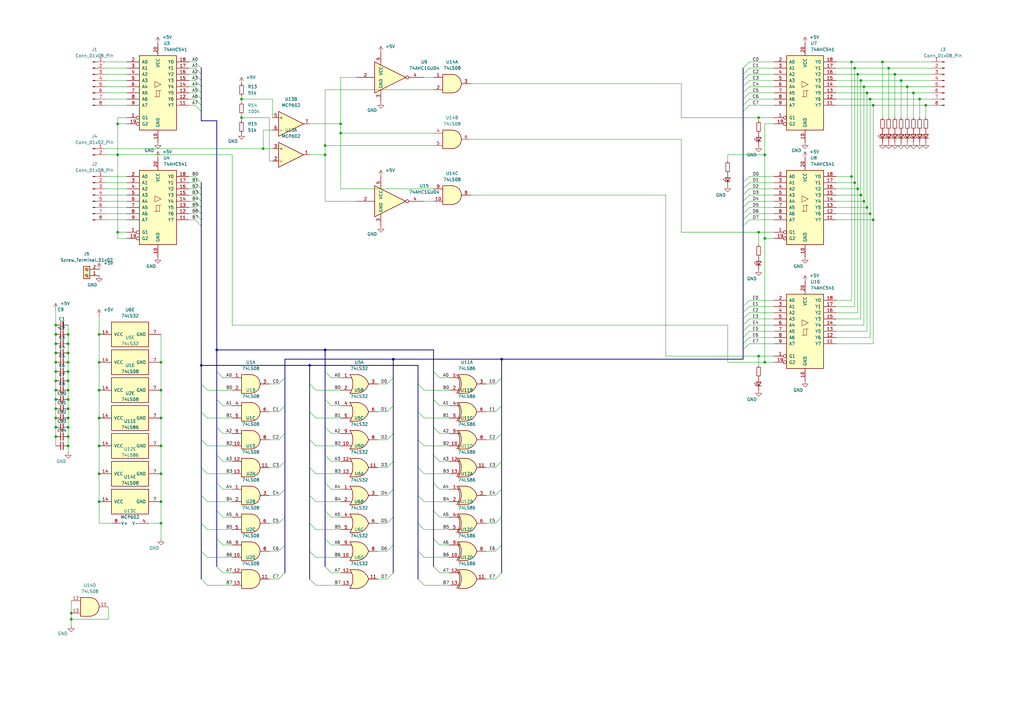
<source format=kicad_sch>
(kicad_sch (version 20231120) (generator "eeschema") (generator_version "8.0")
  (paper "A3")
  (junction (at 27.94 137.16))
  (junction (at 22.86 163.83))
  (junction (at 82.55 149.86))
  (junction (at 22.86 137.16))
  (junction (at 139.7 54.61))
  (junction (at 205.74 147.32))
  (junction (at 27.94 182.88))
  (junction (at 377.19 40.64))
  (junction (at 27.94 156.21))
  (junction (at 351.79 77.47))
  (junction (at 311.15 95.25))
  (junction (at 379.73 43.18))
  (junction (at 311.15 146.05))
  (junction (at 356.87 40.64))
  (junction (at 27.94 179.07))
  (junction (at 313.69 148.59))
  (junction (at 27.94 140.97))
  (junction (at 48.26 63.5))
  (junction (at 27.94 175.26))
  (junction (at 40.64 171.45))
  (junction (at 40.64 148.59))
  (junction (at 372.11 35.56))
  (junction (at 313.69 97.79))
  (junction (at 358.14 43.18))
  (junction (at 161.29 147.32))
  (junction (at 27.94 144.78))
  (junction (at 22.86 133.35))
  (junction (at 353.06 80.01))
  (junction (at 22.86 140.97))
  (junction (at 40.64 137.16))
  (junction (at 353.06 33.02))
  (junction (at 40.64 194.31))
  (junction (at 355.6 38.1))
  (junction (at 133.35 143.51))
  (junction (at 313.69 63.5))
  (junction (at 351.79 30.48))
  (junction (at 358.14 90.17))
  (junction (at 22.86 156.21))
  (junction (at 22.86 152.4))
  (junction (at 356.87 87.63))
  (junction (at 350.52 74.93))
  (junction (at 22.86 167.64))
  (junction (at 66.04 171.45))
  (junction (at 22.86 144.78))
  (junction (at 66.04 194.31))
  (junction (at 27.94 160.02))
  (junction (at 349.25 72.39))
  (junction (at 29.21 254))
  (junction (at 40.64 160.02))
  (junction (at 133.35 59.69))
  (junction (at 29.21 251.46))
  (junction (at 40.64 205.74))
  (junction (at 88.9 143.51))
  (junction (at 355.6 85.09))
  (junction (at 350.52 27.94))
  (junction (at 133.35 63.5))
  (junction (at 66.04 214.63))
  (junction (at 22.86 175.26))
  (junction (at 27.94 167.64))
  (junction (at 66.04 160.02))
  (junction (at 48.26 95.25))
  (junction (at 66.04 148.59))
  (junction (at 99.06 48.26))
  (junction (at 354.33 35.56))
  (junction (at 354.33 82.55))
  (junction (at 27.94 152.4))
  (junction (at 311.15 48.26))
  (junction (at 22.86 171.45))
  (junction (at 27.94 171.45))
  (junction (at 139.7 50.8))
  (junction (at 127 149.86))
  (junction (at 374.65 38.1))
  (junction (at 367.03 30.48))
  (junction (at 22.86 160.02))
  (junction (at 48.26 50.8))
  (junction (at 27.94 148.59))
  (junction (at 369.57 33.02))
  (junction (at 99.06 40.64))
  (junction (at 107.95 60.96))
  (junction (at 22.86 179.07))
  (junction (at 22.86 148.59))
  (junction (at 66.04 182.88))
  (junction (at 27.94 163.83))
  (junction (at 40.64 182.88))
  (junction (at 66.04 205.74))
  (junction (at 349.25 25.4))
  (junction (at 364.49 27.94))
  (junction (at 361.95 25.4))
  (bus_entry (at 80.01 40.64) (size 2.54 2.54))
  (bus_entry (at 177.8 220.98) (size 2.54 2.54))
  (bus_entry (at 203.2 168.91) (size 2.54 -2.54))
  (bus_entry (at 80.01 35.56) (size 2.54 2.54))
  (bus_entry (at 133.35 175.26) (size 2.54 2.54))
  (bus_entry (at 80.01 90.17) (size 2.54 2.54))
  (bus_entry (at 304.8 85.09) (size 2.54 -2.54))
  (bus_entry (at 133.35 220.98) (size 2.54 2.54))
  (bus_entry (at 80.01 33.02) (size 2.54 2.54))
  (bus_entry (at 203.2 226.06) (size 2.54 -2.54))
  (bus_entry (at 88.9 152.4) (size 2.54 2.54))
  (bus_entry (at 203.2 157.48) (size 2.54 -2.54))
  (bus_entry (at 127 214.63) (size 2.54 2.54))
  (bus_entry (at 88.9 163.83) (size 2.54 2.54))
  (bus_entry (at 203.2 203.2) (size 2.54 -2.54))
  (bus_entry (at 88.9 186.69) (size 2.54 2.54))
  (bus_entry (at 127 180.34) (size 2.54 2.54))
  (bus_entry (at 304.8 43.18) (size 2.54 -2.54))
  (bus_entry (at 82.55 180.34) (size 2.54 2.54))
  (bus_entry (at 171.45 237.49) (size 2.54 2.54))
  (bus_entry (at 177.8 198.12) (size 2.54 2.54))
  (bus_entry (at 80.01 72.39) (size 2.54 2.54))
  (bus_entry (at 304.8 33.02) (size 2.54 -2.54))
  (bus_entry (at 304.8 82.55) (size 2.54 -2.54))
  (bus_entry (at 158.75 180.34) (size 2.54 -2.54))
  (bus_entry (at 304.8 35.56) (size 2.54 -2.54))
  (bus_entry (at 171.45 203.2) (size 2.54 2.54))
  (bus_entry (at 304.8 130.81) (size 2.54 -2.54))
  (bus_entry (at 133.35 209.55) (size 2.54 2.54))
  (bus_entry (at 127 203.2) (size 2.54 2.54))
  (bus_entry (at 88.9 209.55) (size 2.54 2.54))
  (bus_entry (at 114.3 237.49) (size 2.54 -2.54))
  (bus_entry (at 114.3 180.34) (size 2.54 -2.54))
  (bus_entry (at 80.01 25.4) (size 2.54 2.54))
  (bus_entry (at 88.9 198.12) (size 2.54 2.54))
  (bus_entry (at 158.75 168.91) (size 2.54 -2.54))
  (bus_entry (at 304.8 45.72) (size 2.54 -2.54))
  (bus_entry (at 171.45 214.63) (size 2.54 2.54))
  (bus_entry (at 304.8 135.89) (size 2.54 -2.54))
  (bus_entry (at 127 226.06) (size 2.54 2.54))
  (bus_entry (at 304.8 40.64) (size 2.54 -2.54))
  (bus_entry (at 304.8 80.01) (size 2.54 -2.54))
  (bus_entry (at 304.8 77.47) (size 2.54 -2.54))
  (bus_entry (at 171.45 168.91) (size 2.54 2.54))
  (bus_entry (at 80.01 27.94) (size 2.54 2.54))
  (bus_entry (at 304.8 125.73) (size 2.54 -2.54))
  (bus_entry (at 80.01 30.48) (size 2.54 2.54))
  (bus_entry (at 88.9 220.98) (size 2.54 2.54))
  (bus_entry (at 304.8 27.94) (size 2.54 -2.54))
  (bus_entry (at 304.8 90.17) (size 2.54 -2.54))
  (bus_entry (at 80.01 38.1) (size 2.54 2.54))
  (bus_entry (at 80.01 43.18) (size 2.54 2.54))
  (bus_entry (at 304.8 128.27) (size 2.54 -2.54))
  (bus_entry (at 171.45 157.48) (size 2.54 2.54))
  (bus_entry (at 114.3 226.06) (size 2.54 -2.54))
  (bus_entry (at 127 157.48) (size 2.54 2.54))
  (bus_entry (at 114.3 191.77) (size 2.54 -2.54))
  (bus_entry (at 304.8 30.48) (size 2.54 -2.54))
  (bus_entry (at 171.45 226.06) (size 2.54 2.54))
  (bus_entry (at 158.75 191.77) (size 2.54 -2.54))
  (bus_entry (at 304.8 133.35) (size 2.54 -2.54))
  (bus_entry (at 158.75 203.2) (size 2.54 -2.54))
  (bus_entry (at 127 237.49) (size 2.54 2.54))
  (bus_entry (at 133.35 186.69) (size 2.54 2.54))
  (bus_entry (at 177.8 152.4) (size 2.54 2.54))
  (bus_entry (at 133.35 163.83) (size 2.54 2.54))
  (bus_entry (at 304.8 74.93) (size 2.54 -2.54))
  (bus_entry (at 82.55 237.49) (size 2.54 2.54))
  (bus_entry (at 82.55 168.91) (size 2.54 2.54))
  (bus_entry (at 114.3 214.63) (size 2.54 -2.54))
  (bus_entry (at 177.8 175.26) (size 2.54 2.54))
  (bus_entry (at 114.3 168.91) (size 2.54 -2.54))
  (bus_entry (at 203.2 214.63) (size 2.54 -2.54))
  (bus_entry (at 304.8 143.51) (size 2.54 -2.54))
  (bus_entry (at 203.2 191.77) (size 2.54 -2.54))
  (bus_entry (at 80.01 77.47) (size 2.54 2.54))
  (bus_entry (at 304.8 92.71) (size 2.54 -2.54))
  (bus_entry (at 80.01 80.01) (size 2.54 2.54))
  (bus_entry (at 88.9 232.41) (size 2.54 2.54))
  (bus_entry (at 203.2 180.34) (size 2.54 -2.54))
  (bus_entry (at 114.3 157.48) (size 2.54 -2.54))
  (bus_entry (at 127 168.91) (size 2.54 2.54))
  (bus_entry (at 177.8 232.41) (size 2.54 2.54))
  (bus_entry (at 158.75 226.06) (size 2.54 -2.54))
  (bus_entry (at 80.01 85.09) (size 2.54 2.54))
  (bus_entry (at 304.8 87.63) (size 2.54 -2.54))
  (bus_entry (at 171.45 180.34) (size 2.54 2.54))
  (bus_entry (at 158.75 157.48) (size 2.54 -2.54))
  (bus_entry (at 158.75 214.63) (size 2.54 -2.54))
  (bus_entry (at 203.2 237.49) (size 2.54 -2.54))
  (bus_entry (at 82.55 191.77) (size 2.54 2.54))
  (bus_entry (at 80.01 87.63) (size 2.54 2.54))
  (bus_entry (at 133.35 232.41) (size 2.54 2.54))
  (bus_entry (at 82.55 157.48) (size 2.54 2.54))
  (bus_entry (at 177.8 186.69) (size 2.54 2.54))
  (bus_entry (at 82.55 226.06) (size 2.54 2.54))
  (bus_entry (at 177.8 209.55) (size 2.54 2.54))
  (bus_entry (at 80.01 74.93) (size 2.54 2.54))
  (bus_entry (at 133.35 152.4) (size 2.54 2.54))
  (bus_entry (at 177.8 163.83) (size 2.54 2.54))
  (bus_entry (at 304.8 38.1) (size 2.54 -2.54))
  (bus_entry (at 80.01 82.55) (size 2.54 2.54))
  (bus_entry (at 114.3 203.2) (size 2.54 -2.54))
  (bus_entry (at 133.35 198.12) (size 2.54 2.54))
  (bus_entry (at 171.45 191.77) (size 2.54 2.54))
  (bus_entry (at 304.8 138.43) (size 2.54 -2.54))
  (bus_entry (at 82.55 203.2) (size 2.54 2.54))
  (bus_entry (at 304.8 140.97) (size 2.54 -2.54))
  (bus_entry (at 127 191.77) (size 2.54 2.54))
  (bus_entry (at 158.75 237.49) (size 2.54 -2.54))
  (bus_entry (at 82.55 214.63) (size 2.54 2.54))
  (bus_entry (at 88.9 175.26) (size 2.54 2.54))
  (wire (pts (xy 110.49 191.77) (xy 114.3 191.77)))
  (bus (pts (xy 133.35 143.51) (xy 177.8 143.51)))
  (wire (pts (xy 199.39 226.06) (xy 203.2 226.06)))
  (wire (pts (xy 351.79 30.48) (xy 351.79 77.47)))
  (bus (pts (xy 205.74 166.37) (xy 205.74 177.8)))
  (bus (pts (xy 88.9 175.26) (xy 88.9 186.69)))
  (bus (pts (xy 304.8 74.93) (xy 304.8 77.47)))
  (wire (pts (xy 129.54 182.88) (xy 139.7 182.88)))
  (wire (pts (xy 43.18 87.63) (xy 52.07 87.63)))
  (wire (pts (xy 139.7 54.61) (xy 139.7 77.47)))
  (bus (pts (xy 177.8 198.12) (xy 177.8 209.55)))
  (bus (pts (xy 133.35 209.55) (xy 133.35 220.98)))
  (wire (pts (xy 29.21 246.38) (xy 29.21 251.46)))
  (wire (pts (xy 154.94 214.63) (xy 158.75 214.63)))
  (bus (pts (xy 88.9 49.53) (xy 88.9 143.51)))
  (wire (pts (xy 358.14 140.97) (xy 358.14 90.17)))
  (bus (pts (xy 116.84 189.23) (xy 116.84 200.66)))
  (wire (pts (xy 91.44 154.94) (xy 95.25 154.94)))
  (bus (pts (xy 116.84 212.09) (xy 116.84 223.52)))
  (bus (pts (xy 82.55 191.77) (xy 82.55 203.2)))
  (wire (pts (xy 133.35 82.55) (xy 133.35 63.5)))
  (wire (pts (xy 180.34 166.37) (xy 184.15 166.37)))
  (wire (pts (xy 85.09 205.74) (xy 95.25 205.74)))
  (wire (pts (xy 43.18 43.18) (xy 52.07 43.18)))
  (bus (pts (xy 205.74 200.66) (xy 205.74 212.09)))
  (wire (pts (xy 43.18 40.64) (xy 52.07 40.64)))
  (wire (pts (xy 307.34 80.01) (xy 317.5 80.01)))
  (wire (pts (xy 279.4 95.25) (xy 311.15 95.25)))
  (wire (pts (xy 66.04 214.63) (xy 66.04 220.98)))
  (wire (pts (xy 382.27 35.56) (xy 372.11 35.56)))
  (wire (pts (xy 129.54 217.17) (xy 139.7 217.17)))
  (bus (pts (xy 88.9 163.83) (xy 88.9 175.26)))
  (wire (pts (xy 139.7 50.8) (xy 139.7 31.75)))
  (wire (pts (xy 377.19 40.64) (xy 356.87 40.64)))
  (wire (pts (xy 369.57 33.02) (xy 369.57 48.26)))
  (wire (pts (xy 307.34 135.89) (xy 317.5 135.89)))
  (wire (pts (xy 180.34 212.09) (xy 184.15 212.09)))
  (wire (pts (xy 350.52 27.94) (xy 350.52 74.93)))
  (wire (pts (xy 307.34 27.94) (xy 317.5 27.94)))
  (wire (pts (xy 111.76 48.26) (xy 111.76 40.64)))
  (wire (pts (xy 48.26 50.8) (xy 48.26 63.5)))
  (wire (pts (xy 307.34 25.4) (xy 317.5 25.4)))
  (wire (pts (xy 355.6 38.1) (xy 355.6 85.09)))
  (bus (pts (xy 304.8 143.51) (xy 304.8 147.32)))
  (wire (pts (xy 129.54 228.6) (xy 139.7 228.6)))
  (wire (pts (xy 52.07 50.8) (xy 48.26 50.8)))
  (wire (pts (xy 40.64 137.16) (xy 40.64 148.59)))
  (wire (pts (xy 133.35 63.5) (xy 133.35 59.69)))
  (wire (pts (xy 107.95 53.34) (xy 111.76 53.34)))
  (wire (pts (xy 110.49 203.2) (xy 114.3 203.2)))
  (wire (pts (xy 199.39 180.34) (xy 203.2 180.34)))
  (wire (pts (xy 307.34 38.1) (xy 317.5 38.1)))
  (wire (pts (xy 307.34 90.17) (xy 317.5 90.17)))
  (wire (pts (xy 349.25 123.19) (xy 349.25 72.39)))
  (wire (pts (xy 307.34 87.63) (xy 317.5 87.63)))
  (wire (pts (xy 85.09 171.45) (xy 95.25 171.45)))
  (bus (pts (xy 161.29 212.09) (xy 161.29 223.52)))
  (wire (pts (xy 29.21 251.46) (xy 29.21 254)))
  (wire (pts (xy 77.47 40.64) (xy 80.01 40.64)))
  (bus (pts (xy 161.29 166.37) (xy 161.29 177.8)))
  (wire (pts (xy 129.54 171.45) (xy 139.7 171.45)))
  (wire (pts (xy 40.64 129.54) (xy 40.64 137.16)))
  (wire (pts (xy 77.47 35.56) (xy 80.01 35.56)))
  (wire (pts (xy 43.18 63.5) (xy 48.26 63.5)))
  (wire (pts (xy 27.94 171.45) (xy 27.94 175.26)))
  (wire (pts (xy 85.09 240.03) (xy 95.25 240.03)))
  (bus (pts (xy 177.8 163.83) (xy 177.8 175.26)))
  (bus (pts (xy 304.8 92.71) (xy 304.8 125.73)))
  (wire (pts (xy 91.44 234.95) (xy 95.25 234.95)))
  (wire (pts (xy 40.64 160.02) (xy 40.64 171.45)))
  (wire (pts (xy 307.34 33.02) (xy 317.5 33.02)))
  (wire (pts (xy 139.7 54.61) (xy 139.7 50.8)))
  (bus (pts (xy 205.74 147.32) (xy 304.8 147.32)))
  (wire (pts (xy 127 63.5) (xy 133.35 63.5)))
  (bus (pts (xy 88.9 143.51) (xy 88.9 152.4)))
  (wire (pts (xy 307.34 72.39) (xy 317.5 72.39)))
  (wire (pts (xy 342.9 130.81) (xy 353.06 130.81)))
  (bus (pts (xy 133.35 152.4) (xy 133.35 143.51)))
  (bus (pts (xy 133.35 175.26) (xy 133.35 186.69)))
  (bus (pts (xy 205.74 189.23) (xy 205.74 200.66)))
  (wire (pts (xy 350.52 27.94) (xy 342.9 27.94)))
  (bus (pts (xy 205.74 223.52) (xy 205.74 234.95)))
  (bus (pts (xy 177.8 209.55) (xy 177.8 220.98)))
  (wire (pts (xy 180.34 189.23) (xy 184.15 189.23)))
  (bus (pts (xy 82.55 49.53) (xy 88.9 49.53)))
  (wire (pts (xy 361.95 25.4) (xy 349.25 25.4)))
  (wire (pts (xy 27.94 167.64) (xy 27.94 171.45)))
  (bus (pts (xy 304.8 128.27) (xy 304.8 130.81)))
  (bus (pts (xy 304.8 35.56) (xy 304.8 38.1)))
  (wire (pts (xy 358.14 43.18) (xy 342.9 43.18)))
  (wire (pts (xy 111.76 66.04) (xy 110.49 66.04)))
  (wire (pts (xy 311.15 48.26) (xy 317.5 48.26)))
  (bus (pts (xy 171.45 180.34) (xy 171.45 191.77)))
  (wire (pts (xy 356.87 87.63) (xy 356.87 40.64)))
  (wire (pts (xy 110.49 214.63) (xy 114.3 214.63)))
  (wire (pts (xy 43.18 90.17) (xy 52.07 90.17)))
  (wire (pts (xy 110.49 157.48) (xy 114.3 157.48)))
  (wire (pts (xy 43.18 33.02) (xy 52.07 33.02)))
  (wire (pts (xy 40.64 194.31) (xy 40.64 205.74)))
  (bus (pts (xy 171.45 149.86) (xy 171.45 157.48)))
  (wire (pts (xy 99.06 49.53) (xy 99.06 48.26)))
  (wire (pts (xy 307.34 138.43) (xy 317.5 138.43)))
  (bus (pts (xy 127 168.91) (xy 127 180.34)))
  (wire (pts (xy 44.45 248.92) (xy 44.45 254)))
  (bus (pts (xy 82.55 157.48) (xy 82.55 168.91)))
  (wire (pts (xy 173.99 171.45) (xy 184.15 171.45)))
  (bus (pts (xy 88.9 209.55) (xy 88.9 220.98)))
  (wire (pts (xy 342.9 138.43) (xy 356.87 138.43)))
  (wire (pts (xy 107.95 53.34) (xy 107.95 60.96)))
  (wire (pts (xy 173.99 82.55) (xy 177.8 82.55)))
  (wire (pts (xy 91.44 189.23) (xy 95.25 189.23)))
  (wire (pts (xy 180.34 177.8) (xy 184.15 177.8)))
  (bus (pts (xy 161.29 147.32) (xy 205.74 147.32)))
  (wire (pts (xy 48.26 95.25) (xy 52.07 95.25)))
  (wire (pts (xy 307.34 74.93) (xy 317.5 74.93)))
  (wire (pts (xy 177.8 36.83) (xy 133.35 36.83)))
  (wire (pts (xy 342.9 72.39) (xy 349.25 72.39)))
  (wire (pts (xy 91.44 177.8) (xy 95.25 177.8)))
  (wire (pts (xy 22.86 127) (xy 22.86 133.35)))
  (bus (pts (xy 82.55 92.71) (xy 82.55 149.86)))
  (wire (pts (xy 22.86 175.26) (xy 22.86 179.07)))
  (bus (pts (xy 177.8 175.26) (xy 177.8 186.69)))
  (wire (pts (xy 342.9 77.47) (xy 351.79 77.47)))
  (wire (pts (xy 40.64 182.88) (xy 40.64 194.31)))
  (wire (pts (xy 77.47 38.1) (xy 80.01 38.1)))
  (bus (pts (xy 304.8 130.81) (xy 304.8 133.35)))
  (wire (pts (xy 350.52 74.93) (xy 342.9 74.93)))
  (wire (pts (xy 154.94 237.49) (xy 158.75 237.49)))
  (bus (pts (xy 82.55 74.93) (xy 82.55 77.47)))
  (wire (pts (xy 91.44 200.66) (xy 95.25 200.66)))
  (wire (pts (xy 382.27 40.64) (xy 377.19 40.64)))
  (wire (pts (xy 40.64 171.45) (xy 40.64 182.88)))
  (wire (pts (xy 43.18 35.56) (xy 52.07 35.56)))
  (wire (pts (xy 367.03 30.48) (xy 351.79 30.48)))
  (wire (pts (xy 349.25 25.4) (xy 342.9 25.4)))
  (bus (pts (xy 82.55 33.02) (xy 82.55 35.56)))
  (wire (pts (xy 173.99 182.88) (xy 184.15 182.88)))
  (wire (pts (xy 307.34 123.19) (xy 317.5 123.19)))
  (bus (pts (xy 127 191.77) (xy 127 203.2)))
  (wire (pts (xy 95.25 63.5) (xy 95.25 133.35)))
  (bus (pts (xy 133.35 198.12) (xy 133.35 209.55)))
  (wire (pts (xy 311.15 49.53) (xy 311.15 48.26)))
  (bus (pts (xy 82.55 149.86) (xy 82.55 157.48)))
  (wire (pts (xy 27.94 152.4) (xy 27.94 156.21)))
  (wire (pts (xy 110.49 226.06) (xy 114.3 226.06)))
  (wire (pts (xy 356.87 40.64) (xy 342.9 40.64)))
  (wire (pts (xy 356.87 138.43) (xy 356.87 87.63)))
  (wire (pts (xy 307.34 125.73) (xy 317.5 125.73)))
  (bus (pts (xy 304.8 140.97) (xy 304.8 143.51)))
  (wire (pts (xy 199.39 191.77) (xy 203.2 191.77)))
  (wire (pts (xy 193.04 34.29) (xy 279.4 34.29)))
  (wire (pts (xy 173.99 31.75) (xy 177.8 31.75)))
  (bus (pts (xy 82.55 80.01) (xy 82.55 82.55)))
  (wire (pts (xy 342.9 82.55) (xy 354.33 82.55)))
  (wire (pts (xy 382.27 27.94) (xy 364.49 27.94)))
  (bus (pts (xy 82.55 168.91) (xy 82.55 180.34)))
  (bus (pts (xy 88.9 198.12) (xy 88.9 209.55)))
  (wire (pts (xy 22.86 171.45) (xy 22.86 175.26)))
  (wire (pts (xy 358.14 90.17) (xy 342.9 90.17)))
  (wire (pts (xy 43.18 27.94) (xy 52.07 27.94)))
  (wire (pts (xy 40.64 214.63) (xy 40.64 205.74)))
  (bus (pts (xy 304.8 38.1) (xy 304.8 40.64)))
  (bus (pts (xy 304.8 125.73) (xy 304.8 128.27)))
  (wire (pts (xy 66.04 205.74) (xy 66.04 214.63)))
  (wire (pts (xy 279.4 57.15) (xy 279.4 95.25)))
  (wire (pts (xy 66.04 148.59) (xy 66.04 160.02)))
  (wire (pts (xy 311.15 149.86) (xy 311.15 146.05)))
  (bus (pts (xy 171.45 226.06) (xy 171.45 237.49)))
  (wire (pts (xy 66.04 194.31) (xy 66.04 205.74)))
  (bus (pts (xy 116.84 147.32) (xy 116.84 154.94)))
  (wire (pts (xy 154.94 180.34) (xy 158.75 180.34)))
  (wire (pts (xy 85.09 182.88) (xy 95.25 182.88)))
  (wire (pts (xy 27.94 144.78) (xy 27.94 148.59)))
  (wire (pts (xy 27.94 156.21) (xy 27.94 160.02)))
  (wire (pts (xy 311.15 146.05) (xy 273.05 146.05)))
  (bus (pts (xy 82.55 38.1) (xy 82.55 40.64)))
  (wire (pts (xy 154.94 191.77) (xy 158.75 191.77)))
  (wire (pts (xy 52.07 48.26) (xy 48.26 48.26)))
  (wire (pts (xy 173.99 205.74) (xy 184.15 205.74)))
  (bus (pts (xy 82.55 40.64) (xy 82.55 43.18)))
  (bus (pts (xy 116.84 147.32) (xy 161.29 147.32)))
  (wire (pts (xy 77.47 33.02) (xy 80.01 33.02)))
  (wire (pts (xy 351.79 30.48) (xy 342.9 30.48)))
  (wire (pts (xy 307.34 133.35) (xy 317.5 133.35)))
  (wire (pts (xy 180.34 234.95) (xy 184.15 234.95)))
  (wire (pts (xy 77.47 30.48) (xy 80.01 30.48)))
  (bus (pts (xy 161.29 177.8) (xy 161.29 189.23)))
  (bus (pts (xy 133.35 152.4) (xy 133.35 163.83)))
  (wire (pts (xy 372.11 35.56) (xy 354.33 35.56)))
  (wire (pts (xy 43.18 60.96) (xy 107.95 60.96)))
  (wire (pts (xy 342.9 125.73) (xy 350.52 125.73)))
  (wire (pts (xy 43.18 72.39) (xy 52.07 72.39)))
  (bus (pts (xy 205.74 154.94) (xy 205.74 166.37)))
  (wire (pts (xy 307.34 30.48) (xy 317.5 30.48)))
  (wire (pts (xy 317.5 50.8) (xy 313.69 50.8)))
  (bus (pts (xy 304.8 133.35) (xy 304.8 135.89)))
  (bus (pts (xy 304.8 43.18) (xy 304.8 45.72)))
  (wire (pts (xy 342.9 135.89) (xy 355.6 135.89)))
  (wire (pts (xy 27.94 133.35) (xy 27.94 137.16)))
  (wire (pts (xy 95.25 133.35) (xy 298.45 133.35)))
  (wire (pts (xy 353.06 80.01) (xy 342.9 80.01)))
  (wire (pts (xy 85.09 228.6) (xy 95.25 228.6)))
  (wire (pts (xy 342.9 123.19) (xy 349.25 123.19)))
  (wire (pts (xy 85.09 160.02) (xy 95.25 160.02)))
  (wire (pts (xy 342.9 87.63) (xy 356.87 87.63)))
  (wire (pts (xy 273.05 80.01) (xy 193.04 80.01)))
  (bus (pts (xy 304.8 138.43) (xy 304.8 140.97)))
  (wire (pts (xy 146.05 82.55) (xy 133.35 82.55)))
  (wire (pts (xy 66.04 182.88) (xy 66.04 194.31)))
  (wire (pts (xy 279.4 48.26) (xy 311.15 48.26)))
  (wire (pts (xy 110.49 48.26) (xy 99.06 48.26)))
  (wire (pts (xy 173.99 228.6) (xy 184.15 228.6)))
  (wire (pts (xy 66.04 160.02) (xy 66.04 171.45)))
  (wire (pts (xy 99.06 41.91) (xy 99.06 40.64)))
  (bus (pts (xy 171.45 203.2) (xy 171.45 214.63)))
  (bus (pts (xy 116.84 200.66) (xy 116.84 212.09)))
  (wire (pts (xy 91.44 212.09) (xy 95.25 212.09)))
  (bus (pts (xy 304.8 135.89) (xy 304.8 138.43)))
  (wire (pts (xy 22.86 148.59) (xy 22.86 152.4)))
  (bus (pts (xy 127 226.06) (xy 127 237.49)))
  (wire (pts (xy 307.34 130.81) (xy 317.5 130.81)))
  (wire (pts (xy 193.04 57.15) (xy 279.4 57.15)))
  (bus (pts (xy 116.84 177.8) (xy 116.84 189.23)))
  (wire (pts (xy 135.89 154.94) (xy 139.7 154.94)))
  (bus (pts (xy 82.55 30.48) (xy 82.55 33.02)))
  (bus (pts (xy 171.45 157.48) (xy 171.45 168.91)))
  (bus (pts (xy 171.45 168.91) (xy 171.45 180.34)))
  (wire (pts (xy 77.47 27.94) (xy 80.01 27.94)))
  (wire (pts (xy 177.8 54.61) (xy 139.7 54.61)))
  (bus (pts (xy 304.8 80.01) (xy 304.8 82.55)))
  (bus (pts (xy 304.8 33.02) (xy 304.8 35.56)))
  (wire (pts (xy 66.04 171.45) (xy 66.04 182.88)))
  (wire (pts (xy 199.39 203.2) (xy 203.2 203.2)))
  (bus (pts (xy 205.74 177.8) (xy 205.74 189.23)))
  (wire (pts (xy 77.47 72.39) (xy 80.01 72.39)))
  (wire (pts (xy 77.47 85.09) (xy 80.01 85.09)))
  (wire (pts (xy 43.18 38.1) (xy 52.07 38.1)))
  (wire (pts (xy 374.65 38.1) (xy 374.65 48.26)))
  (wire (pts (xy 313.69 97.79) (xy 317.5 97.79)))
  (bus (pts (xy 161.29 154.94) (xy 161.29 166.37)))
  (wire (pts (xy 22.86 133.35) (xy 22.86 137.16)))
  (bus (pts (xy 304.8 27.94) (xy 304.8 30.48)))
  (bus (pts (xy 127 180.34) (xy 127 191.77)))
  (wire (pts (xy 129.54 194.31) (xy 139.7 194.31)))
  (wire (pts (xy 273.05 146.05) (xy 273.05 80.01)))
  (wire (pts (xy 307.34 85.09) (xy 317.5 85.09)))
  (bus (pts (xy 116.84 223.52) (xy 116.84 234.95)))
  (bus (pts (xy 82.55 27.94) (xy 82.55 30.48)))
  (wire (pts (xy 361.95 25.4) (xy 361.95 48.26)))
  (wire (pts (xy 177.8 77.47) (xy 139.7 77.47)))
  (wire (pts (xy 307.34 140.97) (xy 317.5 140.97)))
  (wire (pts (xy 77.47 74.93) (xy 80.01 74.93)))
  (bus (pts (xy 304.8 90.17) (xy 304.8 92.71)))
  (wire (pts (xy 353.06 130.81) (xy 353.06 80.01)))
  (wire (pts (xy 27.94 163.83) (xy 27.94 167.64)))
  (wire (pts (xy 342.9 140.97) (xy 358.14 140.97)))
  (wire (pts (xy 199.39 214.63) (xy 203.2 214.63)))
  (wire (pts (xy 27.94 179.07) (xy 27.94 182.88)))
  (wire (pts (xy 77.47 82.55) (xy 80.01 82.55)))
  (wire (pts (xy 48.26 97.79) (xy 52.07 97.79)))
  (wire (pts (xy 133.35 36.83) (xy 133.35 59.69)))
  (wire (pts (xy 173.99 160.02) (xy 184.15 160.02)))
  (bus (pts (xy 161.29 189.23) (xy 161.29 200.66)))
  (wire (pts (xy 351.79 128.27) (xy 351.79 77.47)))
  (wire (pts (xy 377.19 40.64) (xy 377.19 48.26)))
  (wire (pts (xy 374.65 38.1) (xy 355.6 38.1)))
  (wire (pts (xy 353.06 33.02) (xy 353.06 80.01)))
  (wire (pts (xy 350.52 125.73) (xy 350.52 74.93)))
  (wire (pts (xy 110.49 180.34) (xy 114.3 180.34)))
  (bus (pts (xy 304.8 85.09) (xy 304.8 87.63)))
  (bus (pts (xy 88.9 186.69) (xy 88.9 198.12)))
  (wire (pts (xy 60.96 214.63) (xy 66.04 214.63)))
  (wire (pts (xy 22.86 160.02) (xy 22.86 163.83)))
  (wire (pts (xy 48.26 48.26) (xy 48.26 50.8)))
  (wire (pts (xy 129.54 205.74) (xy 139.7 205.74)))
  (wire (pts (xy 307.34 40.64) (xy 317.5 40.64)))
  (bus (pts (xy 304.8 40.64) (xy 304.8 43.18)))
  (bus (pts (xy 127 203.2) (xy 127 214.63)))
  (wire (pts (xy 129.54 240.03) (xy 139.7 240.03)))
  (wire (pts (xy 22.86 144.78) (xy 22.86 148.59)))
  (wire (pts (xy 307.34 82.55) (xy 317.5 82.55)))
  (wire (pts (xy 364.49 27.94) (xy 350.52 27.94)))
  (bus (pts (xy 88.9 220.98) (xy 88.9 232.41)))
  (wire (pts (xy 22.86 152.4) (xy 22.86 156.21)))
  (wire (pts (xy 43.18 85.09) (xy 52.07 85.09)))
  (bus (pts (xy 116.84 166.37) (xy 116.84 177.8)))
  (bus (pts (xy 304.8 87.63) (xy 304.8 90.17)))
  (wire (pts (xy 369.57 33.02) (xy 353.06 33.02)))
  (wire (pts (xy 307.34 35.56) (xy 317.5 35.56)))
  (wire (pts (xy 135.89 166.37) (xy 139.7 166.37)))
  (bus (pts (xy 171.45 191.77) (xy 171.45 203.2)))
  (wire (pts (xy 91.44 223.52) (xy 95.25 223.52)))
  (bus (pts (xy 127 149.86) (xy 127 157.48)))
  (bus (pts (xy 127 157.48) (xy 127 168.91)))
  (wire (pts (xy 317.5 148.59) (xy 313.69 148.59)))
  (wire (pts (xy 311.15 100.33) (xy 311.15 95.25)))
  (wire (pts (xy 180.34 200.66) (xy 184.15 200.66)))
  (wire (pts (xy 22.86 167.64) (xy 22.86 171.45)))
  (wire (pts (xy 77.47 87.63) (xy 80.01 87.63)))
  (wire (pts (xy 135.89 200.66) (xy 139.7 200.66)))
  (wire (pts (xy 342.9 133.35) (xy 354.33 133.35)))
  (wire (pts (xy 43.18 82.55) (xy 52.07 82.55)))
  (wire (pts (xy 154.94 157.48) (xy 158.75 157.48)))
  (wire (pts (xy 154.94 168.91) (xy 158.75 168.91)))
  (bus (pts (xy 82.55 203.2) (xy 82.55 214.63)))
  (wire (pts (xy 199.39 157.48) (xy 203.2 157.48)))
  (wire (pts (xy 43.18 77.47) (xy 52.07 77.47)))
  (wire (pts (xy 173.99 240.03) (xy 184.15 240.03)))
  (wire (pts (xy 311.15 146.05) (xy 317.5 146.05)))
  (wire (pts (xy 354.33 35.56) (xy 354.33 82.55)))
  (wire (pts (xy 313.69 63.5) (xy 313.69 97.79)))
  (wire (pts (xy 22.86 163.83) (xy 22.86 167.64)))
  (wire (pts (xy 77.47 25.4) (xy 80.01 25.4)))
  (wire (pts (xy 27.94 182.88) (xy 27.94 185.42)))
  (bus (pts (xy 133.35 163.83) (xy 133.35 175.26)))
  (bus (pts (xy 82.55 85.09) (xy 82.55 87.63)))
  (wire (pts (xy 355.6 135.89) (xy 355.6 85.09)))
  (wire (pts (xy 173.99 217.17) (xy 184.15 217.17)))
  (bus (pts (xy 177.8 143.51) (xy 177.8 152.4)))
  (wire (pts (xy 133.35 59.69) (xy 177.8 59.69)))
  (wire (pts (xy 354.33 35.56) (xy 342.9 35.56)))
  (wire (pts (xy 154.94 203.2) (xy 158.75 203.2)))
  (wire (pts (xy 180.34 223.52) (xy 184.15 223.52)))
  (wire (pts (xy 29.21 254) (xy 29.21 256.54)))
  (wire (pts (xy 199.39 237.49) (xy 203.2 237.49)))
  (wire (pts (xy 154.94 226.06) (xy 158.75 226.06)))
  (bus (pts (xy 82.55 90.17) (xy 82.55 92.71)))
  (wire (pts (xy 173.99 194.31) (xy 184.15 194.31)))
  (bus (pts (xy 116.84 154.94) (xy 116.84 166.37)))
  (bus (pts (xy 161.29 147.32) (xy 161.29 154.94)))
  (wire (pts (xy 27.94 175.26) (xy 27.94 179.07)))
  (wire (pts (xy 382.27 25.4) (xy 361.95 25.4)))
  (wire (pts (xy 77.47 80.01) (xy 80.01 80.01)))
  (bus (pts (xy 177.8 186.69) (xy 177.8 198.12)))
  (bus (pts (xy 205.74 212.09) (xy 205.74 223.52)))
  (bus (pts (xy 127 214.63) (xy 127 226.06)))
  (bus (pts (xy 161.29 200.66) (xy 161.29 212.09)))
  (wire (pts (xy 199.39 168.91) (xy 203.2 168.91)))
  (wire (pts (xy 22.86 137.16) (xy 22.86 140.97)))
  (bus (pts (xy 304.8 82.55) (xy 304.8 85.09)))
  (wire (pts (xy 382.27 38.1) (xy 374.65 38.1)))
  (wire (pts (xy 307.34 128.27) (xy 317.5 128.27)))
  (wire (pts (xy 77.47 90.17) (xy 80.01 90.17)))
  (bus (pts (xy 82.55 77.47) (xy 82.55 80.01)))
  (bus (pts (xy 304.8 45.72) (xy 304.8 74.93)))
  (wire (pts (xy 48.26 63.5) (xy 95.25 63.5)))
  (wire (pts (xy 279.4 34.29) (xy 279.4 48.26)))
  (bus (pts (xy 82.55 226.06) (xy 82.55 237.49)))
  (bus (pts (xy 171.45 214.63) (xy 171.45 226.06)))
  (wire (pts (xy 99.06 48.26) (xy 99.06 46.99)))
  (wire (pts (xy 66.04 137.16) (xy 66.04 148.59)))
  (bus (pts (xy 133.35 186.69) (xy 133.35 198.12)))
  (wire (pts (xy 48.26 63.5) (xy 48.26 95.25)))
  (wire (pts (xy 311.15 95.25) (xy 317.5 95.25)))
  (bus (pts (xy 88.9 152.4) (xy 88.9 163.83)))
  (wire (pts (xy 27.94 137.16) (xy 27.94 140.97)))
  (bus (pts (xy 177.8 220.98) (xy 177.8 232.41)))
  (wire (pts (xy 354.33 133.35) (xy 354.33 82.55)))
  (wire (pts (xy 99.06 40.64) (xy 99.06 39.37)))
  (bus (pts (xy 304.8 30.48) (xy 304.8 33.02)))
  (wire (pts (xy 85.09 194.31) (xy 95.25 194.31)))
  (wire (pts (xy 313.69 50.8) (xy 313.69 63.5)))
  (wire (pts (xy 298.45 133.35) (xy 298.45 148.59)))
  (wire (pts (xy 298.45 148.59) (xy 313.69 148.59)))
  (wire (pts (xy 382.27 43.18) (xy 379.73 43.18)))
  (bus (pts (xy 82.55 82.55) (xy 82.55 85.09)))
  (wire (pts (xy 298.45 63.5) (xy 313.69 63.5)))
  (wire (pts (xy 27.94 148.59) (xy 27.94 152.4)))
  (wire (pts (xy 307.34 43.18) (xy 317.5 43.18)))
  (wire (pts (xy 43.18 25.4) (xy 52.07 25.4)))
  (wire (pts (xy 44.45 254) (xy 29.21 254)))
  (bus (pts (xy 127 149.86) (xy 171.45 149.86)))
  (wire (pts (xy 77.47 43.18) (xy 80.01 43.18)))
  (bus (pts (xy 161.29 223.52) (xy 161.29 234.95)))
  (wire (pts (xy 382.27 30.48) (xy 367.03 30.48)))
  (wire (pts (xy 43.18 30.48) (xy 52.07 30.48)))
  (wire (pts (xy 110.49 237.49) (xy 114.3 237.49)))
  (wire (pts (xy 111.76 40.64) (xy 99.06 40.64)))
  (wire (pts (xy 40.64 148.59) (xy 40.64 160.02)))
  (wire (pts (xy 43.18 74.93) (xy 52.07 74.93)))
  (wire (pts (xy 127 50.8) (xy 139.7 50.8)))
  (wire (pts (xy 139.7 31.75) (xy 146.05 31.75)))
  (wire (pts (xy 382.27 33.02) (xy 369.57 33.02)))
  (wire (pts (xy 27.94 140.97) (xy 27.94 144.78)))
  (bus (pts (xy 177.8 152.4) (xy 177.8 163.83)))
  (wire (pts (xy 22.86 179.07) (xy 22.86 182.88)))
  (bus (pts (xy 127 149.86) (xy 82.55 149.86)))
  (wire (pts (xy 349.25 25.4) (xy 349.25 72.39)))
  (bus (pts (xy 82.55 45.72) (xy 82.55 49.53)))
  (wire (pts (xy 307.34 77.47) (xy 317.5 77.47)))
  (wire (pts (xy 358.14 43.18) (xy 358.14 90.17)))
  (wire (pts (xy 135.89 189.23) (xy 139.7 189.23)))
  (wire (pts (xy 22.86 140.97) (xy 22.86 144.78)))
  (wire (pts (xy 313.69 148.59) (xy 313.69 97.79)))
  (bus (pts (xy 82.55 87.63) (xy 82.55 90.17)))
  (wire (pts (xy 48.26 95.25) (xy 48.26 97.79)))
  (wire (pts (xy 111.76 60.96) (xy 107.95 60.96)))
  (wire (pts (xy 364.49 27.94) (xy 364.49 48.26)))
  (wire (pts (xy 77.47 77.47) (xy 80.01 77.47)))
  (wire (pts (xy 135.89 234.95) (xy 139.7 234.95)))
  (wire (pts (xy 91.44 166.37) (xy 95.25 166.37)))
  (bus (pts (xy 133.35 143.51) (xy 88.9 143.51)))
  (bus (pts (xy 82.55 35.56) (xy 82.55 38.1)))
  (wire (pts (xy 355.6 85.09) (xy 342.9 85.09)))
  (wire (pts (xy 353.06 33.02) (xy 342.9 33.02)))
  (wire (pts (xy 135.89 212.09) (xy 139.7 212.09)))
  (wire (pts (xy 129.54 160.02) (xy 139.7 160.02)))
  (bus (pts (xy 205.74 147.32) (xy 205.74 154.94)))
  (bus (pts (xy 82.55 180.34) (xy 82.55 191.77)))
  (wire (pts (xy 85.09 217.17) (xy 95.25 217.17)))
  (bus (pts (xy 82.55 43.18) (xy 82.55 45.72)))
  (wire (pts (xy 43.18 80.01) (xy 52.07 80.01)))
  (wire (pts (xy 45.72 214.63) (xy 40.64 214.63)))
  (wire (pts (xy 110.49 168.91) (xy 114.3 168.91)))
  (bus (pts (xy 304.8 77.47) (xy 304.8 80.01)))
  (wire (pts (xy 355.6 38.1) (xy 342.9 38.1)))
  (wire (pts (xy 372.11 35.56) (xy 372.11 48.26)))
  (wire (pts (xy 379.73 43.18) (xy 379.73 48.26)))
  (wire (pts (xy 342.9 128.27) (xy 351.79 128.27)))
  (wire (pts (xy 180.34 154.94) (xy 184.15 154.94)))
  (wire (pts (xy 22.86 156.21) (xy 22.86 160.02)))
  (wire (pts (xy 135.89 223.52) (xy 139.7 223.52)))
  (bus (pts (xy 82.55 214.63) (xy 82.55 226.06)))
  (wire (pts (xy 379.73 43.18) (xy 358.14 43.18)))
  (wire (pts (xy 298.45 66.04) (xy 298.45 63.5)))
  (wire (pts (xy 135.89 177.8) (xy 139.7 177.8)))
  (wire (pts (xy 110.49 66.04) (xy 110.49 48.26)))
  (bus (pts (xy 133.35 220.98) (xy 133.35 232.41)))
  (wire (pts (xy 367.03 30.48) (xy 367.03 48.26)))
  (wire (pts (xy 27.94 160.02) (xy 27.94 163.83)))
  (label "C4" (at 308.61 35.56 0))
  (label "C0" (at 111.76 157.48 0))
  (label "A2" (at 181.61 177.8 0))
  (label "A1" (at 137.16 166.37 0))
  (label "E4" (at 308.61 133.35 0))
  (label "A3" (at 137.16 189.23 0))
  (label "E6" (at 308.61 138.43 0))
  (label "B4" (at 78.74 82.55 0))
  (label "B5" (at 181.61 217.17 0))
  (label "B2" (at 92.71 182.88 0))
  (label "C7" (at 308.61 43.18 0))
  (label "A3" (at 92.71 189.23 0))
  (label "A3" (at 78.74 33.02 0))
  (label "B5" (at 137.16 217.17 0))
  (label "B3" (at 92.71 194.31 0))
  (label "B6" (at 92.71 228.6 0))
  (label "B2" (at 78.74 77.47 0))
  (label "E5" (at 308.61 135.89 0))
  (label "C6" (at 308.61 40.64 0))
  (label "E2" (at 200.66 180.34 0))
  (label "A2" (at 78.74 30.48 0))
  (label "C1" (at 308.61 27.94 0))
  (label "D5" (at 156.21 214.63 0))
  (label "B7" (at 78.74 90.17 0))
  (label "A2" (at 137.16 177.8 0))
  (label "B7" (at 137.16 240.03 0))
  (label "B2" (at 181.61 182.88 0))
  (label "A4" (at 181.61 200.66 0))
  (label "B6" (at 137.16 228.6 0))
  (label "C2" (at 308.61 30.48 0))
  (label "B0" (at 181.61 160.02 0))
  (label "E5" (at 200.66 214.63 0))
  (label "A5" (at 78.74 38.1 0))
  (label "D6" (at 156.21 226.06 0))
  (label "A6" (at 137.16 223.52 0))
  (label "B6" (at 78.74 87.63 0))
  (label "C7" (at 111.76 237.49 0))
  (label "B1" (at 78.74 74.93 0))
  (label "A6" (at 78.74 40.64 0))
  (label "C3" (at 111.76 191.77 0))
  (label "D7" (at 156.21 237.49 0))
  (label "E7" (at 308.61 140.97 0))
  (label "A4" (at 137.16 200.66 0))
  (label "A5" (at 92.71 212.09 0))
  (label "B5" (at 92.71 217.17 0))
  (label "A7" (at 137.16 234.95 0))
  (label "B7" (at 181.61 240.03 0))
  (label "B5" (at 78.74 85.09 0))
  (label "B4" (at 92.71 205.74 0))
  (label "B2" (at 137.16 182.88 0))
  (label "A6" (at 92.71 223.52 0))
  (label "A1" (at 92.71 166.37 0))
  (label "A1" (at 78.74 27.94 0))
  (label "D1" (at 156.21 168.91 0))
  (label "D7" (at 308.61 90.17 0))
  (label "D4" (at 308.61 82.55 0))
  (label "E7" (at 200.66 237.49 0))
  (label "B1" (at 92.71 171.45 0))
  (label "C3" (at 308.61 33.02 0))
  (label "E0" (at 308.61 123.19 0))
  (label "D0" (at 156.21 157.48 0))
  (label "D5" (at 308.61 85.09 0))
  (label "A3" (at 181.61 189.23 0))
  (label "A6" (at 181.61 223.52 0))
  (label "B1" (at 137.16 171.45 0))
  (label "A0" (at 137.16 154.94 0))
  (label "D2" (at 308.61 77.47 0))
  (label "B0" (at 78.74 72.39 0))
  (label "D3" (at 156.21 191.77 0))
  (label "A7" (at 181.61 234.95 0))
  (label "A0" (at 92.71 154.94 0))
  (label "B0" (at 137.16 160.02 0))
  (label "C5" (at 111.76 214.63 0))
  (label "C0" (at 308.61 25.4 0))
  (label "E6" (at 200.66 226.06 0))
  (label "A7" (at 92.71 234.95 0))
  (label "C1" (at 111.76 168.91 0))
  (label "C2" (at 111.76 180.34 0))
  (label "C6" (at 111.76 226.06 0))
  (label "B0" (at 92.71 160.02 0))
  (label "B6" (at 181.61 228.6 0))
  (label "D1" (at 308.61 74.93 0))
  (label "E2" (at 308.61 128.27 0))
  (label "A4" (at 78.74 35.56 0))
  (label "E3" (at 308.61 130.81 0))
  (label "E0" (at 200.66 157.48 0))
  (label "B7" (at 92.71 240.03 0))
  (label "B3" (at 181.61 194.31 0))
  (label "B4" (at 137.16 205.74 0))
  (label "A4" (at 92.71 200.66 0))
  (label "A0" (at 181.61 154.94 0))
  (label "C4" (at 111.76 203.2 0))
  (label "A1" (at 181.61 166.37 0))
  (label "D0" (at 308.61 72.39 0))
  (label "E3" (at 200.66 191.77 0))
  (label "D4" (at 156.21 203.2 0))
  (label "B3" (at 137.16 194.31 0))
  (label "A7" (at 78.74 43.18 0))
  (label "B1" (at 181.61 171.45 0))
  (label "B3" (at 78.74 80.01 0))
  (label "E1" (at 308.61 125.73 0))
  (label "A0" (at 78.74 25.4 0))
  (label "E4" (at 200.66 203.2 0))
  (label "D3" (at 308.61 80.01 0))
  (label "A5" (at 181.61 212.09 0))
  (label "D2" (at 156.21 180.34 0))
  (label "B4" (at 181.61 205.74 0))
  (label "D6" (at 308.61 87.63 0))
  (label "C5" (at 308.61 38.1 0))
  (label "A5" (at 137.16 212.09 0))
  (label "A2" (at 92.71 177.8 0))
  (label "E1" (at 200.66 168.91 0))
  (symbol (lib_id "Device:LED_Small") (at 377.19 55.88 90) (unit 1)
    (property "Reference" "D10" (effects (hide yes)))
    (property "Value" "LED_Small" (effects (hide yes)))
    (property "Footprint" "LED_SMD:LED_0603_1608Metric" (effects (hide yes)))
    (property "Description" "Light emitting diode, small symbol" (effects (hide yes)))
  )
  (symbol (lib_id "Device:R_Small") (at 364.49 50.8 0) (unit 1)
    (property "Reference" "R5" (effects (hide yes)))
    (property "Value" "R_Small" (effects (hide yes)))
    (property "Footprint" "Resistor_SMD:R_0603_1608Metric" (effects (hide yes)))
    (property "Description" "Resistor, small symbol" (effects (hide yes)))
  )
  (symbol (lib_id "74xx:74LS08") (at 36.83 248.92 0) (unit 4)
    (property "Reference" "U14" (at 36.8217 240.03 0))
    (property "Value" "74LS08" (at 36.8217 242.57 0))
    (property "Footprint" "Package_DIP:DIP-14_W7.62mm" (effects (hide yes)))
    (property "Datasheet" "http://www.ti.com/lit/gpn/sn74LS08" (effects (hide yes)))
    (property "Description" "Quad And2" (effects (hide yes)))
  )
  (symbol (lib_id "power:GND") (at 379.73 58.42 0) (unit 1)
    (property "Reference" "#PWR025" (effects (hide yes)))
    (property "Value" "GND" (effects (hide yes)))
    (property "Description" "Power symbol creates a global label with name \"GND\" , ground" (effects (hide yes)))
  )
  (symbol (lib_id "74xx:74LS86") (at 191.77 226.06 0) (unit 3)
    (property "Reference" "U12" (at 191.4652 217.17 0))
    (property "Value" "74LS86" (at 191.4652 219.71 0))
    (property "Footprint" "Package_DIP:DIP-14_W7.62mm" (effects (hide yes)))
    (property "Datasheet" "74xx/74ls86.pdf" (effects (hide yes)))
    (property "Description" "Quad 2-input XOR" (effects (hide yes)))
  )
  (symbol (lib_id "Device:R_Small") (at 367.03 50.8 0) (unit 1)
    (property "Reference" "R6" (effects (hide yes)))
    (property "Value" "R_Small" (effects (hide yes)))
    (property "Footprint" "Resistor_SMD:R_0603_1608Metric" (effects (hide yes)))
    (property "Description" "Resistor, small symbol" (effects (hide yes)))
  )
  (symbol (lib_id "power:GND") (at 361.95 58.42 0) (unit 1)
    (property "Reference" "#PWR018" (effects (hide yes)))
    (property "Value" "GND" (effects (hide yes)))
    (property "Description" "Power symbol creates a global label with name \"GND\" , ground" (effects (hide yes)))
  )
  (symbol (lib_id "74xx:74LS32") (at 147.32 214.63 0) (unit 2)
    (property "Reference" "U6" (at 147.32 205.74 0))
    (property "Value" "74LS32" (at 147.32 208.28 0))
    (property "Footprint" "Package_DIP:DIP-14_W7.62mm" (effects (hide yes)))
    (property "Datasheet" "http://www.ti.com/lit/gpn/sn74LS32" (effects (hide yes)))
    (property "Description" "Quad 2-input OR" (effects (hide yes)))
  )
  (symbol (lib_id "74xx:74LS08") (at 53.34 160.02 90) (unit 5)
    (property "Reference" "U1" (at 53.34 149.86 90))
    (property "Value" "74LS08" (at 53.34 152.4 90))
    (property "Footprint" "Package_DIP:DIP-14_W7.62mm" (effects (hide yes)))
    (property "Datasheet" "http://www.ti.com/lit/gpn/sn74LS08" (effects (hide yes)))
    (property "Description" "Quad And2" (effects (hide yes)))
  )
  (symbol (lib_id "power:+5V") (at 156.21 72.39 0) (unit 1)
    (property "Reference" "#PWR033" (effects (hide yes)))
    (property "Value" "+5V" (at 160.02 69.85 0))
    (property "Description" "Power symbol creates a global label with name \"+5V\"" (effects (hide yes)))
  )
  (symbol (lib_id "74xx:74LS32") (at 53.34 148.59 90) (unit 5)
    (property "Reference" "U5" (at 53.34 138.43 90))
    (property "Value" "74LS32" (at 53.34 140.97 90))
    (property "Footprint" "Package_DIP:DIP-14_W7.62mm" (effects (hide yes)))
    (property "Datasheet" "http://www.ti.com/lit/gpn/sn74LS32" (effects (hide yes)))
    (property "Description" "Quad 2-input OR" (effects (hide yes)))
  )
  (symbol (lib_id "74xx:74LS08") (at 102.87 180.34 0) (unit 3)
    (property "Reference" "U1" (at 102.8617 171.45 0))
    (property "Value" "74LS08" (at 102.8617 173.99 0))
    (property "Footprint" "Package_DIP:DIP-14_W7.62mm" (effects (hide yes)))
    (property "Datasheet" "http://www.ti.com/lit/gpn/sn74LS08" (effects (hide yes)))
    (property "Description" "Quad And2" (effects (hide yes)))
  )
  (symbol (lib_id "74xx:74LS08") (at 102.87 191.77 0) (unit 4)
    (property "Reference" "U1" (at 102.8617 182.88 0))
    (property "Value" "74LS08" (at 102.8617 185.42 0))
    (property "Footprint" "Package_DIP:DIP-14_W7.62mm" (effects (hide yes)))
    (property "Datasheet" "http://www.ti.com/lit/gpn/sn74LS08" (effects (hide yes)))
    (property "Description" "Quad And2" (effects (hide yes)))
  )
  (symbol (lib_id "power:GND") (at 330.2 156.21 0) (unit 1)
    (property "Reference" "#PWR029" (effects (hide yes)))
    (property "Value" "GND" (at 327.406 160.02 0))
    (property "Description" "Power symbol creates a global label with name \"GND\" , ground" (effects (hide yes)))
  )
  (symbol (lib_id "Device:R_Small") (at 99.06 52.07 0) (unit 1)
    (property "Reference" "R15" (at 101.6 50.7999 0) (effects (justify left)))
    (property "Value" "51k" (at 101.6 53.3399 0) (effects (justify left)))
    (property "Footprint" "Resistor_SMD:R_0603_1608Metric" (effects (hide yes)))
    (property "Description" "Resistor, small symbol" (effects (hide yes)))
  )
  (symbol (lib_id "Device:LED_Small") (at 298.45 73.66 90) (unit 1)
    (property "Reference" "D1" (effects (hide yes)))
    (property "Value" "LED_Small" (effects (hide yes)))
    (property "Footprint" "LED_SMD:LED_0603_1608Metric" (effects (hide yes)))
    (property "Description" "Light emitting diode, small symbol" (effects (hide yes)))
  )
  (symbol (lib_id "74xx:74LS86") (at 191.77 214.63 0) (unit 2)
    (property "Reference" "U12" (at 191.4652 205.74 0))
    (property "Value" "74LS86" (at 191.4652 208.28 0))
    (property "Footprint" "Package_DIP:DIP-14_W7.62mm" (effects (hide yes)))
    (property "Datasheet" "74xx/74ls86.pdf" (effects (hide yes)))
    (property "Description" "Quad 2-input XOR" (effects (hide yes)))
  )
  (symbol (lib_id "Device:C_Small") (at 25.4 163.83 90) (unit 1)
    (property "Reference" "C8" (at 25.4063 157.48 90))
    (property "Value" "C_Small" (effects (hide yes)))
    (property "Footprint" "Capacitor_SMD:C_0603_1608Metric" (effects (hide yes)))
    (property "Description" "Unpolarized capacitor, small symbol" (effects (hide yes)))
  )
  (symbol (lib_id "Device:R_Small") (at 374.65 50.8 0) (unit 1)
    (property "Reference" "R9" (effects (hide yes)))
    (property "Value" "R_Small" (effects (hide yes)))
    (property "Footprint" "Resistor_SMD:R_0603_1608Metric" (effects (hide yes)))
    (property "Description" "Resistor, small symbol" (effects (hide yes)))
  )
  (symbol (lib_id "74xx:74LS86") (at 191.77 180.34 0) (unit 3)
    (property "Reference" "U11" (at 191.4652 171.45 0))
    (property "Value" "74LS86" (at 191.4652 173.99 0))
    (property "Footprint" "Package_DIP:DIP-14_W7.62mm" (effects (hide yes)))
    (property "Datasheet" "74xx/74ls86.pdf" (effects (hide yes)))
    (property "Description" "Quad 2-input XOR" (effects (hide yes)))
  )
  (symbol (lib_id "74xx:74LS86") (at 191.77 157.48 0) (unit 1)
    (property "Reference" "U11" (at 191.4652 148.59 0))
    (property "Value" "74LS86" (at 191.4652 151.13 0))
    (property "Footprint" "Package_DIP:DIP-14_W7.62mm" (effects (hide yes)))
    (property "Datasheet" "74xx/74ls86.pdf" (effects (hide yes)))
    (property "Description" "Quad 2-input XOR" (effects (hide yes)))
  )
  (symbol (lib_id "Device:C_Small") (at 25.4 148.59 90) (unit 1)
    (property "Reference" "C4" (at 25.4063 142.24 90))
    (property "Value" "C_Small" (effects (hide yes)))
    (property "Footprint" "Capacitor_SMD:C_0603_1608Metric" (effects (hide yes)))
    (property "Description" "Unpolarized capacitor, small symbol" (effects (hide yes)))
  )
  (symbol (lib_id "74xx:74LS08") (at 185.42 34.29 0) (unit 1)
    (property "Reference" "U14" (at 185.4117 25.4 0))
    (property "Value" "74LS08" (at 185.4117 27.94 0))
    (property "Footprint" "Package_DIP:DIP-14_W7.62mm" (effects (hide yes)))
    (property "Datasheet" "http://www.ti.com/lit/gpn/sn74LS08" (effects (hide yes)))
    (property "Description" "Quad And2" (effects (hide yes)))
  )
  (symbol (lib_id "Device:R_Small") (at 311.15 52.07 0) (unit 1)
    (property "Reference" "R3" (effects (hide yes)))
    (property "Value" "R_Small" (effects (hide yes)))
    (property "Footprint" "Resistor_SMD:R_0603_1608Metric" (effects (hide yes)))
    (property "Description" "Resistor, small symbol" (effects (hide yes)))
  )
  (symbol (lib_id "Device:C_Small") (at 25.4 160.02 90) (unit 1)
    (property "Reference" "C7" (at 25.4063 153.67 90))
    (property "Value" "C_Small" (effects (hide yes)))
    (property "Footprint" "Capacitor_SMD:C_0603_1608Metric" (effects (hide yes)))
    (property "Description" "Unpolarized capacitor, small symbol" (effects (hide yes)))
  )
  (symbol (lib_id "power:GND") (at 364.49 58.42 0) (unit 1)
    (property "Reference" "#PWR019" (effects (hide yes)))
    (property "Value" "GND" (effects (hide yes)))
    (property "Description" "Power symbol creates a global label with name \"GND\" , ground" (effects (hide yes)))
  )
  (symbol (lib_id "Device:R_Small") (at 361.95 50.8 0) (unit 1)
    (property "Reference" "R4" (effects (hide yes)))
    (property "Value" "R_Small" (effects (hide yes)))
    (property "Footprint" "Resistor_SMD:R_0603_1608Metric" (effects (hide yes)))
    (property "Description" "Resistor, small symbol" (effects (hide yes)))
  )
  (symbol (lib_id "74xx:74AHC541") (at 64.77 38.1 0) (unit 1)
    (property "Reference" "U3" (at 66.9641 17.78 0) (effects (justify left)))
    (property "Value" "74AHC541" (at 66.9641 20.32 0) (effects (justify left)))
    (property "Footprint" "Package_DIP:DIP-20_W7.62mm" (effects (hide yes)))
    (property "Datasheet" "https://www.ti.com/lit/ds/symlink/sn74ahc541.pdf" (effects (hide yes)))
    (property "Description" "8-bit Buffer/Line Driver 3-state outputs" (effects (hide yes)))
  )
  (symbol (lib_id "74xx:74LS08") (at 185.42 57.15 0) (unit 2)
    (property "Reference" "U14" (at 185.4117 48.26 0))
    (property "Value" "74LS08" (at 185.4117 50.8 0))
    (property "Footprint" "Package_DIP:DIP-14_W7.62mm" (effects (hide yes)))
    (property "Datasheet" "http://www.ti.com/lit/gpn/sn74LS08" (effects (hide yes)))
    (property "Description" "Quad And2" (effects (hide yes)))
  )
  (symbol (lib_id "74xx:74LS32") (at 147.32 157.48 0) (unit 1)
    (property "Reference" "U5" (at 147.32 148.59 0))
    (property "Value" "74LS32" (at 147.32 151.13 0))
    (property "Footprint" "Package_DIP:DIP-14_W7.62mm" (effects (hide yes)))
    (property "Datasheet" "http://www.ti.com/lit/gpn/sn74LS32" (effects (hide yes)))
    (property "Description" "Quad 2-input OR" (effects (hide yes)))
  )
  (symbol (lib_id "Device:R_Small") (at 372.11 50.8 0) (unit 1)
    (property "Reference" "R8" (effects (hide yes)))
    (property "Value" "R_Small" (effects (hide yes)))
    (property "Footprint" "Resistor_SMD:R_0603_1608Metric" (effects (hide yes)))
    (property "Description" "Resistor, small symbol" (effects (hide yes)))
  )
  (symbol (lib_id "Device:LED_Small") (at 311.15 107.95 90) (unit 1)
    (property "Reference" "D2" (effects (hide yes)))
    (property "Value" "LED_Small" (effects (hide yes)))
    (property "Footprint" "LED_SMD:LED_0603_1608Metric" (effects (hide yes)))
    (property "Description" "Light emitting diode, small symbol" (effects (hide yes)))
  )
  (symbol (lib_id "74xx:74AHC541") (at 64.77 85.09 0) (unit 1)
    (property "Reference" "U4" (at 66.9641 64.77 0) (effects (justify left)))
    (property "Value" "74AHC541" (at 66.9641 67.31 0) (effects (justify left)))
    (property "Footprint" "Package_DIP:DIP-20_W7.62mm" (effects (hide yes)))
    (property "Datasheet" "https://www.ti.com/lit/ds/symlink/sn74ahc541.pdf" (effects (hide yes)))
    (property "Description" "8-bit Buffer/Line Driver 3-state outputs" (effects (hide yes)))
  )
  (symbol (lib_id "74xx:74LS86") (at 53.34 182.88 90) (unit 5)
    (property "Reference" "U11" (at 53.34 172.72 90))
    (property "Value" "74LS86" (at 53.34 175.26 90))
    (property "Footprint" "Package_DIP:DIP-14_W7.62mm" (effects (hide yes)))
    (property "Datasheet" "74xx/74ls86.pdf" (effects (hide yes)))
    (property "Description" "Quad 2-input XOR" (effects (hide yes)))
  )
  (symbol (lib_id "Device:R_Small") (at 298.45 68.58 0) (unit 1)
    (property "Reference" "R1" (effects (hide yes)))
    (property "Value" "R_Small" (effects (hide yes)))
    (property "Footprint" "Resistor_SMD:R_0603_1608Metric" (effects (hide yes)))
    (property "Description" "Resistor, small symbol" (effects (hide yes)))
  )
  (symbol (lib_id "Device:C_Small") (at 25.4 171.45 90) (unit 1)
    (property "Reference" "C11" (at 25.4063 165.1 90))
    (property "Value" "C_Small" (effects (hide yes)))
    (property "Footprint" "Capacitor_SMD:C_0603_1608Metric" (effects (hide yes)))
    (property "Description" "Unpolarized capacitor, small symbol" (effects (hide yes)))
  )
  (symbol (lib_id "74xx:74LS08") (at 53.34 205.74 90) (unit 5)
    (property "Reference" "U14" (at 53.34 195.58 90))
    (property "Value" "74LS08" (at 53.34 198.12 90))
    (property "Footprint" "Package_DIP:DIP-14_W7.62mm" (effects (hide yes)))
    (property "Datasheet" "http://www.ti.com/lit/gpn/sn74LS08" (effects (hide yes)))
    (property "Description" "Quad And2" (effects (hide yes)))
  )
  (symbol (lib_id "power:GND") (at 156.21 92.71 0) (unit 1)
    (property "Reference" "#PWR034" (effects (hide yes)))
    (property "Value" "GND" (at 152.654 96.012 0))
    (property "Description" "Power symbol creates a global label with name \"GND\" , ground" (effects (hide yes)))
  )
  (symbol (lib_id "Device:R_Small") (at 369.57 50.8 0) (unit 1)
    (property "Reference" "R7" (effects (hide yes)))
    (property "Value" "R_Small" (effects (hide yes)))
    (property "Footprint" "Resistor_SMD:R_0603_1608Metric" (effects (hide yes)))
    (property "Description" "Resistor, small symbol" (effects (hide yes)))
  )
  (symbol (lib_id "74xx:74LS32") (at 147.32 168.91 0) (unit 2)
    (property "Reference" "U5" (at 147.32 160.02 0))
    (property "Value" "74LS32" (at 147.32 162.56 0))
    (property "Footprint" "Package_DIP:DIP-14_W7.62mm" (effects (hide yes)))
    (property "Datasheet" "http://www.ti.com/lit/gpn/sn74LS32" (effects (hide yes)))
    (property "Description" "Quad 2-input OR" (effects (hide yes)))
  )
  (symbol (lib_id "74xx:74LS86") (at 191.77 203.2 0) (unit 1)
    (property "Reference" "U12" (at 191.4652 194.31 0))
    (property "Value" "74LS86" (at 191.4652 196.85 0))
    (property "Footprint" "Package_DIP:DIP-14_W7.62mm" (effects (hide yes)))
    (property "Datasheet" "74xx/74ls86.pdf" (effects (hide yes)))
    (property "Description" "Quad 2-input XOR" (effects (hide yes)))
  )
  (symbol (lib_id "74xx:74AHC541") (at 330.2 85.09 0) (unit 1)
    (property "Reference" "U8" (at 332.3941 64.77 0) (effects (justify left)))
    (property "Value" "74AHC541" (at 332.3941 67.31 0) (effects (justify left)))
    (property "Footprint" "Package_DIP:DIP-20_W7.62mm" (effects (hide yes)))
    (property "Datasheet" "https://www.ti.com/lit/ds/symlink/sn74ahc541.pdf" (effects (hide yes)))
    (property "Description" "8-bit Buffer/Line Driver 3-state outputs" (effects (hide yes)))
  )
  (symbol (lib_id "Connector:Screw_Terminal_01x02") (at 35.56 113.03 180) (unit 1)
    (property "Reference" "J5" (at 35.56 104.14 0))
    (property "Value" "Screw_Terminal_01x02" (at 35.56 106.68 0))
    (property "Footprint" "TerminalBlock:TerminalBlock_bornier-2_P5.08mm" (effects (hide yes)))
    (property "Description" "Generic screw terminal, single row, 01x02, script generated (kicad-library-utils/schlib/autogen/connector/)" (effects (hide yes)))
  )
  (symbol (lib_id "Device:C_Small") (at 25.4 182.88 90) (unit 1)
    (property "Reference" "C14" (at 25.4063 176.53 90))
    (property "Value" "C_Small" (effects (hide yes)))
    (property "Footprint" "Capacitor_SMD:C_0603_1608Metric" (effects (hide yes)))
    (property "Description" "Unpolarized capacitor, small symbol" (effects (hide yes)))
  )
  (symbol (lib_id "Device:C_Small") (at 25.4 167.64 90) (unit 1)
    (property "Reference" "C10" (at 25.4063 161.29 90))
    (property "Value" "C_Small" (effects (hide yes)))
    (property "Footprint" "Capacitor_SMD:C_0603_1608Metric" (effects (hide yes)))
    (property "Description" "Unpolarized capacitor, small symbol" (effects (hide yes)))
  )
  (symbol (lib_id "Device:LED_Small") (at 311.15 57.15 90) (unit 1)
    (property "Reference" "D3" (effects (hide yes)))
    (property "Value" "LED_Small" (effects (hide yes)))
    (property "Footprint" "LED_SMD:LED_0603_1608Metric" (effects (hide yes)))
    (property "Description" "Light emitting diode, small symbol" (effects (hide yes)))
  )
  (symbol (lib_id "Device:C_Small") (at 25.4 152.4 90) (unit 1)
    (property "Reference" "C5" (at 25.4063 146.05 90))
    (property "Value" "C_Small" (effects (hide yes)))
    (property "Footprint" "Capacitor_SMD:C_0603_1608Metric" (effects (hide yes)))
    (property "Description" "Unpolarized capacitor, small symbol" (effects (hide yes)))
  )
  (symbol (lib_id "74xx:74LS08") (at 102.87 214.63 0) (unit 2)
    (property "Reference" "U2" (at 102.8617 205.74 0))
    (property "Value" "74LS08" (at 102.8617 208.28 0))
    (property "Footprint" "Package_DIP:DIP-14_W7.62mm" (effects (hide yes)))
    (property "Datasheet" "http://www.ti.com/lit/gpn/sn74LS08" (effects (hide yes)))
    (property "Description" "Quad And2" (effects (hide yes)))
  )
  (symbol (lib_id "power:GND") (at 330.2 58.42 0) (unit 1)
    (property "Reference" "#PWR06" (effects (hide yes)))
    (property "Value" "GND" (at 326.644 61.722 0))
    (property "Description" "Power symbol creates a global label with name \"GND\" , ground" (effects (hide yes)))
  )
  (symbol (lib_id "Device:LED_Small") (at 367.03 55.88 90) (unit 1)
    (property "Reference" "D6" (effects (hide yes)))
    (property "Value" "LED_Small" (effects (hide yes)))
    (property "Footprint" "LED_SMD:LED_0603_1608Metric" (effects (hide yes)))
    (property "Description" "Light emitting diode, small symbol" (effects (hide yes)))
  )
  (symbol (lib_id "power:+5V") (at 99.06 34.29 0) (unit 1)
    (property "Reference" "#PWR031" (effects (hide yes)))
    (property "Value" "+5V" (at 102.87 31.75 0))
    (property "Description" "Power symbol creates a global label with name \"+5V\"" (effects (hide yes)))
  )
  (symbol (lib_id "power:GND") (at 64.77 58.42 0) (unit 1)
    (property "Reference" "#PWR02" (effects (hide yes)))
    (property "Value" "GND" (at 61.214 61.722 0))
    (property "Description" "Power symbol creates a global label with name \"GND\" , ground" (effects (hide yes)))
  )
  (symbol (lib_id "power:+5V") (at 40.64 129.54 0) (unit 1)
    (property "Reference" "#PWR09" (effects (hide yes)))
    (property "Value" "+5V" (at 44.45 127 0))
    (property "Description" "Power symbol creates a global label with name \"+5V\"" (effects (hide yes)))
  )
  (symbol (lib_id "Device:LED_Small") (at 369.57 55.88 90) (unit 1)
    (property "Reference" "D7" (effects (hide yes)))
    (property "Value" "LED_Small" (effects (hide yes)))
    (property "Footprint" "LED_SMD:LED_0603_1608Metric" (effects (hide yes)))
    (property "Description" "Light emitting diode, small symbol" (effects (hide yes)))
  )
  (symbol (lib_id "Amplifier_Operational:MCP602") (at 119.38 50.8 0) (unit 2)
    (property "Reference" "U13" (at 119.38 40.64 0))
    (property "Value" "MCP602" (at 119.38 43.18 0))
    (property "Footprint" "Package_DIP:DIP-8_W7.62mm" (effects (hide yes)))
    (property "Datasheet" "http://ww1.microchip.com/downloads/en/DeviceDoc/21314g.pdf" (effects (hide yes)))
    (property "Description" "Dual 2.7V to 6.0V Single Supply CMOS Op Amps, DIP-8/SOIC-8/TSSOP-8" (effects (hide yes)))
  )
  (symbol (lib_id "74xx:74LS86") (at 191.77 168.91 0) (unit 2)
    (property "Reference" "U11" (at 191.4652 160.02 0))
    (property "Value" "74LS86" (at 191.4652 162.56 0))
    (property "Footprint" "Package_DIP:DIP-14_W7.62mm" (effects (hide yes)))
    (property "Datasheet" "74xx/74ls86.pdf" (effects (hide yes)))
    (property "Description" "Quad 2-input XOR" (effects (hide yes)))
  )
  (symbol (lib_id "74xx:74LS08") (at 185.42 80.01 0) (unit 3)
    (property "Reference" "U14" (at 185.4117 71.12 0))
    (property "Value" "74LS08" (at 185.4117 73.66 0))
    (property "Footprint" "Package_DIP:DIP-14_W7.62mm" (effects (hide yes)))
    (property "Datasheet" "http://www.ti.com/lit/gpn/sn74LS08" (effects (hide yes)))
    (property "Description" "Quad And2" (effects (hide yes)))
  )
  (symbol (lib_id "power:+5V") (at 64.77 64.77 0) (unit 1)
    (property "Reference" "#PWR03" (effects (hide yes)))
    (property "Value" "+5V" (at 68.58 62.23 0))
    (property "Description" "Power symbol creates a global label with name \"+5V\"" (effects (hide yes)))
  )
  (symbol (lib_id "power:+5V") (at 330.2 115.57 0) (unit 1)
    (property "Reference" "#PWR028" (effects (hide yes)))
    (property "Value" "+5V" (at 334.01 113.03 0))
    (property "Description" "Power symbol creates a global label with name \"+5V\"" (effects (hide yes)))
  )
  (symbol (lib_id "power:GND") (at 27.94 185.42 0) (unit 1)
    (property "Reference" "#PWR012" (effects (hide yes)))
    (property "Value" "GND" (at 25.146 189.23 0))
    (property "Description" "Power symbol creates a global label with name \"GND\" , ground" (effects (hide yes)))
  )
  (symbol (lib_id "74xx:74AHC541") (at 330.2 38.1 0) (unit 1)
    (property "Reference" "U7" (at 332.3941 17.78 0) (effects (justify left)))
    (property "Value" "74AHC541" (at 332.3941 20.32 0) (effects (justify left)))
    (property "Footprint" "Package_DIP:DIP-20_W7.62mm" (effects (hide yes)))
    (property "Datasheet" "https://www.ti.com/lit/ds/symlink/sn74ahc541.pdf" (effects (hide yes)))
    (property "Description" "8-bit Buffer/Line Driver 3-state outputs" (effects (hide yes)))
  )
  (symbol (lib_id "power:GND") (at 374.65 58.42 0) (unit 1)
    (property "Reference" "#PWR023" (effects (hide yes)))
    (property "Value" "GND" (effects (hide yes)))
    (property "Description" "Power symbol creates a global label with name \"GND\" , ground" (effects (hide yes)))
  )
  (symbol (lib_id "power:GND") (at 377.19 58.42 0) (unit 1)
    (property "Reference" "#PWR024" (effects (hide yes)))
    (property "Value" "GND" (effects (hide yes)))
    (property "Description" "Power symbol creates a global label with name \"GND\" , ground" (effects (hide yes)))
  )
  (symbol (lib_id "Connector:Conn_01x02_Pin") (at 38.1 60.96 0) (unit 1)
    (property "Reference" "J4" (at 38.735 55.88 0))
    (property "Value" "Conn_01x02_Pin" (at 38.735 58.42 0))
    (property "Footprint" "Connector_PinHeader_2.54mm:PinHeader_1x02_P2.54mm_Vertical" (effects (hide yes)))
    (property "Description" "Generic connector, single row, 01x02, script generated" (effects (hide yes)))
  )
  (symbol (lib_id "power:GND") (at 40.64 113.03 0) (unit 1)
    (property "Reference" "#PWR026" (effects (hide yes)))
    (property "Value" "GND" (at 37.846 116.84 0))
    (property "Description" "Power symbol creates a global label with name \"GND\" , ground" (effects (hide yes)))
  )
  (symbol (lib_id "Device:C_Small") (at 25.4 140.97 90) (unit 1)
    (property "Reference" "C2" (at 25.4063 134.62 90))
    (property "Value" "C_Small" (effects (hide yes)))
    (property "Footprint" "Capacitor_SMD:C_0603_1608Metric" (effects (hide yes)))
    (property "Description" "Unpolarized capacitor, small symbol" (effects (hide yes)))
  )
  (symbol (lib_id "Device:LED_Small") (at 364.49 55.88 90) (unit 1)
    (property "Reference" "D5" (effects (hide yes)))
    (property "Value" "LED_Small" (effects (hide yes)))
    (property "Footprint" "LED_SMD:LED_0603_1608Metric" (effects (hide yes)))
    (property "Description" "Light emitting diode, small symbol" (effects (hide yes)))
  )
  (symbol (lib_id "power:GND") (at 311.15 110.49 0) (unit 1)
    (property "Reference" "#PWR016" (effects (hide yes)))
    (property "Value" "GND" (at 308.356 114.3 0))
    (property "Description" "Power symbol creates a global label with name \"GND\" , ground" (effects (hide yes)))
  )
  (symbol (lib_id "74xx:74AHC541") (at 330.2 135.89 0) (unit 1)
    (property "Reference" "U10" (at 332.3941 115.57 0) (effects (justify left)))
    (property "Value" "74AHC541" (at 332.3941 118.11 0) (effects (justify left)))
    (property "Footprint" "Package_DIP:DIP-20_W7.62mm" (effects (hide yes)))
    (property "Datasheet" "https://www.ti.com/lit/ds/symlink/sn74ahc541.pdf" (effects (hide yes)))
    (property "Description" "8-bit Buffer/Line Driver 3-state outputs" (effects (hide yes)))
  )
  (symbol (lib_id "74xx:74LS08") (at 102.87 226.06 0) (unit 3)
    (property "Reference" "U2" (at 102.8617 217.17 0))
    (property "Value" "74LS08" (at 102.8617 219.71 0))
    (property "Footprint" "Package_DIP:DIP-14_W7.62mm" (effects (hide yes)))
    (property "Datasheet" "http://www.ti.com/lit/gpn/sn74LS08" (effects (hide yes)))
    (property "Description" "Quad And2" (effects (hide yes)))
  )
  (symbol (lib_id "Device:LED_Small") (at 372.11 55.88 90) (unit 1)
    (property "Reference" "D8" (effects (hide yes)))
    (property "Value" "LED_Small" (effects (hide yes)))
    (property "Footprint" "LED_SMD:LED_0603_1608Metric" (effects (hide yes)))
    (property "Description" "Light emitting diode, small symbol" (effects (hide yes)))
  )
  (symbol (lib_id "Device:C_Small") (at 25.4 137.16 90) (unit 1)
    (property "Reference" "C1" (at 25.4063 130.81 90))
    (property "Value" "C_Small" (effects (hide yes)))
    (property "Footprint" "Capacitor_SMD:C_0603_1608Metric" (effects (hide yes)))
    (property "Description" "Unpolarized capacitor, small symbol" (effects (hide yes)))
  )
  (symbol (lib_id "Device:LED_Small") (at 374.65 55.88 90) (unit 1)
    (property "Reference" "D9" (effects (hide yes)))
    (property "Value" "LED_Small" (effects (hide yes)))
    (property "Footprint" "LED_SMD:LED_0603_1608Metric" (effects (hide yes)))
    (property "Description" "Light emitting diode, small symbol" (effects (hide yes)))
  )
  (symbol (lib_id "Device:R_Small") (at 311.15 102.87 0) (unit 1)
    (property "Reference" "R2" (effects (hide yes)))
    (property "Value" "R_Small" (effects (hide yes)))
    (property "Footprint" "Resistor_SMD:R_0603_1608Metric" (effects (hide yes)))
    (property "Description" "Resistor, small symbol" (effects (hide yes)))
  )
  (symbol (lib_id "Device:C_Small") (at 25.4 175.26 90) (unit 1)
    (property "Reference" "C12" (at 25.4063 168.91 90))
    (property "Value" "C_Small" (effects (hide yes)))
    (property "Footprint" "Capacitor_SMD:C_0603_1608Metric" (effects (hide yes)))
    (property "Description" "Unpolarized capacitor, small symbol" (effects (hide yes)))
  )
  (symbol (lib_id "Amplifier_Operational:MCP602") (at 53.34 212.09 90) (unit 3)
    (property "Reference" "U13" (at 53.34 209.55 90))
    (property "Value" "MCP602" (at 53.34 212.09 90))
    (property "Footprint" "Package_DIP:DIP-8_W7.62mm" (effects (hide yes)))
    (property "Datasheet" "http://ww1.microchip.com/downloads/en/DeviceDoc/21314g.pdf" (effects (hide yes)))
    (property "Description" "Dual 2.7V to 6.0V Single Supply CMOS Op Amps, DIP-8/SOIC-8/TSSOP-8" (effects (hide yes)))
  )
  (symbol (lib_id "74xGxx:74AHC1GU04") (at 161.29 31.75 0) (unit 1)
    (property "Reference" "U9" (at 173.99 25.4314 0))
    (property "Value" "74AHC1GU04" (at 173.99 27.9714 0))
    (property "Footprint" "Library:ssop5-p-0.65a" (effects (hide yes)))
    (property "Datasheet" "http://www.ti.com/lit/sg/scyt129e/scyt129e.pdf" (effects (hide yes)))
    (property "Description" "74AHC1G04, Single NOT Gate, Low-Voltage CMOS" (effects (hide yes)))
  )
  (symbol (lib_id "Connector:Conn_01x08_Pin") (at 387.35 33.02 0) (mirror y) (unit 1)
    (property "Reference" "J3" (at 386.715 20.32 0))
    (property "Value" "Conn_01x08_Pin" (at 386.715 22.86 0))
    (property "Footprint" "Connector_PinHeader_2.54mm:PinHeader_1x08_P2.54mm_Vertical" (effects (hide yes)))
    (property "Description" "Generic connector, single row, 01x08, script generated" (effects (hide yes)))
  )
  (symbol (lib_id "74xx:74LS86") (at 53.34 194.31 90) (unit 5)
    (property "Reference" "U12" (at 53.34 184.15 90))
    (property "Value" "74LS86" (at 53.34 186.69 90))
    (property "Footprint" "Package_DIP:DIP-14_W7.62mm" (effects (hide yes)))
    (property "Datasheet" "74xx/74ls86.pdf" (effects (hide yes)))
    (property "Description" "Quad 2-input XOR" (effects (hide yes)))
  )
  (symbol (lib_id "Device:C_Small") (at 25.4 179.07 90) (unit 1)
    (property "Reference" "C13" (at 25.4063 172.72 90))
    (property "Value" "C_Small" (effects (hide yes)))
    (property "Footprint" "Capacitor_SMD:C_0603_1608Metric" (effects (hide yes)))
    (property "Description" "Unpolarized capacitor, small symbol" (effects (hide yes)))
  )
  (symbol (lib_id "74xx:74LS32") (at 147.32 226.06 0) (unit 3)
    (property "Reference" "U6" (at 147.32 217.17 0))
    (property "Value" "74LS32" (at 147.32 219.71 0))
    (property "Footprint" "Package_DIP:DIP-14_W7.62mm" (effects (hide yes)))
    (property "Datasheet" "http://www.ti.com/lit/gpn/sn74LS32" (effects (hide yes)))
    (property "Description" "Quad 2-input OR" (effects (hide yes)))
  )
  (symbol (lib_id "power:GND") (at 64.77 105.41 0) (unit 1)
    (property "Reference" "#PWR01" (effects (hide yes)))
    (property "Value" "GND" (at 61.976 109.22 0))
    (property "Description" "Power symbol creates a global label with name \"GND\" , ground" (effects (hide yes)))
  )
  (symbol (lib_id "power:GND") (at 156.21 41.91 0) (unit 1)
    (property "Reference" "#PWR014" (effects (hide yes)))
    (property "Value" "GND" (at 152.654 45.212 0))
    (property "Description" "Power symbol creates a global label with name \"GND\" , ground" (effects (hide yes)))
  )
  (symbol (lib_id "74xx:74LS08") (at 53.34 171.45 90) (unit 5)
    (property "Reference" "U2" (at 53.34 161.29 90))
    (property "Value" "74LS08" (at 53.34 163.83 90))
    (property "Footprint" "Package_DIP:DIP-14_W7.62mm" (effects (hide yes)))
    (property "Datasheet" "http://www.ti.com/lit/gpn/sn74LS08" (effects (hide yes)))
    (property "Description" "Quad And2" (effects (hide yes)))
  )
  (symbol (lib_id "Device:C_Small") (at 25.4 156.21 90) (unit 1)
    (property "Reference" "C6" (at 25.4063 149.86 90))
    (property "Value" "C_Small" (effects (hide yes)))
    (property "Footprint" "Capacitor_SMD:C_0603_1608Metric" (effects (hide yes)))
    (property "Description" "Unpolarized capacitor, small symbol" (effects (hide yes)))
  )
  (symbol (lib_id "Device:R_Small") (at 99.06 44.45 0) (unit 1)
    (property "Reference" "R14" (at 101.6 43.1799 0) (effects (justify left)))
    (property "Value" "100k" (at 101.6 45.7199 0) (effects (justify left)))
    (property "Footprint" "Resistor_SMD:R_0603_1608Metric" (effects (hide yes)))
    (property "Description" "Resistor, small symbol" (effects (hide yes)))
  )
  (symbol (lib_id "power:+5V") (at 64.77 17.78 0) (unit 1)
    (property "Reference" "#PWR04" (effects (hide yes)))
    (property "Value" "+5V" (at 68.58 15.24 0))
    (property "Description" "Power symbol creates a global label with name \"+5V\"" (effects (hide yes)))
  )
  (symbol (lib_id "74xx:74LS32") (at 147.32 237.49 0) (unit 4)
    (property "Reference" "U6" (at 147.32 228.6 0))
    (property "Value" "74LS32" (at 147.32 231.14 0))
    (property "Footprint" "Package_DIP:DIP-14_W7.62mm" (effects (hide yes)))
    (property "Datasheet" "http://www.ti.com/lit/gpn/sn74LS32" (effects (hide yes)))
    (property "Description" "Quad 2-input OR" (effects (hide yes)))
  )
  (symbol (lib_id "Device:LED_Small") (at 311.15 157.48 90) (unit 1)
    (property "Reference" "D12" (effects (hide yes)))
    (property "Value" "LED_Small" (effects (hide yes)))
    (property "Footprint" "LED_SMD:LED_0603_1608Metric" (effects (hide yes)))
    (property "Description" "Light emitting diode, small symbol" (effects (hide yes)))
  )
  (symbol (lib_id "74xGxx:74AHC1GU04") (at 161.29 82.55 0) (unit 1)
    (property "Reference" "U15" (at 173.99 76.2314 0))
    (property "Value" "74AHC1GU04" (at 173.99 78.7714 0))
    (property "Footprint" "Library:ssop5-p-0.65a" (effects (hide yes)))
    (property "Datasheet" "http://www.ti.com/lit/sg/scyt129e/scyt129e.pdf" (effects (hide yes)))
    (property "Description" "74AHC1G04, Single NOT Gate, Low-Voltage CMOS" (effects (hide yes)))
  )
  (symbol (lib_id "74xx:74LS32") (at 147.32 203.2 0) (unit 1)
    (property "Reference" "U6" (at 147.32 194.31 0))
    (property "Value" "74LS32" (at 147.32 196.85 0))
    (property "Footprint" "Package_DIP:DIP-14_W7.62mm" (effects (hide yes)))
    (property "Datasheet" "http://www.ti.com/lit/gpn/sn74LS32" (effects (hide yes)))
    (property "Description" "Quad 2-input OR" (effects (hide yes)))
  )
  (symbol (lib_id "Device:R_Small") (at 311.15 152.4 0) (unit 1)
    (property "Reference" "R12" (effects (hide yes)))
    (property "Value" "R_Small" (effects (hide yes)))
    (property "Footprint" "Resistor_SMD:R_0603_1608Metric" (effects (hide yes)))
    (property "Description" "Resistor, small symbol" (effects (hide yes)))
  )
  (symbol (lib_id "power:GND") (at 29.21 256.54 0) (unit 1)
    (property "Reference" "#PWR035" (effects (hide yes)))
    (property "Value" "GND" (at 25.654 259.842 0))
    (property "Description" "Power symbol creates a global label with name \"GND\" , ground" (effects (hide yes)))
  )
  (symbol (lib_id "74xx:74LS08") (at 102.87 203.2 0) (unit 1)
    (property "Reference" "U2" (at 102.8617 194.31 0))
    (property "Value" "74LS08" (at 102.8617 196.85 0))
    (property "Footprint" "Package_DIP:DIP-14_W7.62mm" (effects (hide yes)))
    (property "Datasheet" "http://www.ti.com/lit/gpn/sn74LS08" (effects (hide yes)))
    (property "Description" "Quad And2" (effects (hide yes)))
  )
  (symbol (lib_id "power:+5V") (at 22.86 127 0) (unit 1)
    (property "Reference" "#PWR011" (effects (hide yes)))
    (property "Value" "+5V" (at 26.67 124.46 0))
    (property "Description" "Power symbol creates a global label with name \"+5V\"" (effects (hide yes)))
  )
  (symbol (lib_id "power:+5V") (at 156.21 21.59 0) (unit 1)
    (property "Reference" "#PWR013" (effects (hide yes)))
    (property "Value" "+5V" (at 160.02 19.05 0))
    (property "Description" "Power symbol creates a global label with name \"+5V\"" (effects (hide yes)))
  )
  (symbol (lib_id "power:GND") (at 298.45 76.2 0) (unit 1)
    (property "Reference" "#PWR015" (effects (hide yes)))
    (property "Value" "GND" (at 295.656 80.01 0))
    (property "Description" "Power symbol creates a global label with name \"GND\" , ground" (effects (hide yes)))
  )
  (symbol (lib_id "Connector:Conn_01x08_Pin") (at 38.1 80.01 0) (unit 1)
    (property "Reference" "J2" (at 38.735 67.31 0))
    (property "Value" "Conn_01x08_Pin" (at 38.735 69.85 0))
    (property "Footprint" "Connector_PinHeader_2.54mm:PinHeader_1x08_P2.54mm_Vertical" (effects (hide yes)))
    (property "Description" "Generic connector, single row, 01x08, script generated" (effects (hide yes)))
  )
  (symbol (lib_id "74xx:74LS86") (at 191.77 191.77 0) (unit 4)
    (property "Reference" "U11" (at 191.4652 182.88 0))
    (property "Value" "74LS86" (at 191.4652 185.42 0))
    (property "Footprint" "Package_DIP:DIP-14_W7.62mm" (effects (hide yes)))
    (property "Datasheet" "74xx/74ls86.pdf" (effects (hide yes)))
    (property "Description" "Quad 2-input XOR" (effects (hide yes)))
  )
  (symbol (lib_id "Connector:Conn_01x08_Pin") (at 38.1 33.02 0) (unit 1)
    (property "Reference" "J1" (at 38.735 20.32 0))
    (property "Value" "Conn_01x08_Pin" (at 38.735 22.86 0))
    (property "Footprint" "Connector_PinHeader_2.54mm:PinHeader_1x08_P2.54mm_Vertical" (effects (hide yes)))
    (property "Description" "Generic connector, single row, 01x08, script generated" (effects (hide yes)))
  )
  (symbol (lib_id "74xx:74LS86") (at 191.77 237.49 0) (unit 4)
    (property "Reference" "U12" (at 191.4652 228.6 0))
    (property "Value" "74LS86" (at 191.4652 231.14 0))
    (property "Footprint" "Package_DIP:DIP-14_W7.62mm" (effects (hide yes)))
    (property "Datasheet" "74xx/74ls86.pdf" (effects (hide yes)))
    (property "Description" "Quad 2-input XOR" (effects (hide yes)))
  )
  (symbol (lib_id "74xx:74LS32") (at 147.32 191.77 0) (unit 4)
    (property "Reference" "U5" (at 147.32 182.88 0))
    (property "Value" "74LS32" (at 147.32 185.42 0))
    (property "Footprint" "Package_DIP:DIP-14_W7.62mm" (effects (hide yes)))
    (property "Datasheet" "http://www.ti.com/lit/gpn/sn74LS32" (effects (hide yes)))
    (property "Description" "Quad 2-input OR" (effects (hide yes)))
  )
  (symbol (lib_id "Device:C_Polarized_Small") (at 25.4 133.35 90) (unit 1)
    (property "Reference" "C9" (at 24.8539 127 90))
    (property "Value" "C_Polarized_Small" (effects (hide yes)))
    (property "Footprint" "Capacitor_THT:CP_Radial_D6.3mm_P2.50mm" (effects (hide yes)))
    (property "Description" "Polarized capacitor, small symbol" (effects (hide yes)))
  )
  (symbol (lib_id "74xx:74LS08") (at 102.87 157.48 0) (unit 1)
    (property "Reference" "U1" (at 102.8617 148.59 0))
    (property "Value" "74LS08" (at 102.8617 151.13 0))
    (property "Footprint" "Package_DIP:DIP-14_W7.62mm" (effects (hide yes)))
    (property "Datasheet" "http://www.ti.com/lit/gpn/sn74LS08" (effects (hide yes)))
    (property "Description" "Quad And2" (effects (hide yes)))
  )
  (symbol (lib_id "power:GND") (at 99.06 54.61 0) (unit 1)
    (property "Reference" "#PWR032" (effects (hide yes)))
    (property "Value" "GND" (at 95.504 57.912 0))
    (property "Description" "Power symbol creates a global label with name \"GND\" , ground" (effects (hide yes)))
  )
  (symbol (lib_id "power:GND") (at 311.15 59.69 0) (unit 1)
    (property "Reference" "#PWR017" (effects (hide yes)))
    (property "Value" "GND" (at 308.356 63.5 0))
    (property "Description" "Power symbol creates a global label with name \"GND\" , ground" (effects (hide yes)))
  )
  (symbol (lib_id "power:+5V") (at 40.64 110.49 0) (unit 1)
    (property "Reference" "#PWR027" (effects (hide yes)))
    (property "Value" "+5V" (at 44.45 107.95 0))
    (property "Description" "Power symbol creates a global label with name \"+5V\"" (effects (hide yes)))
  )
  (symbol (lib_id "power:GND") (at 369.57 58.42 0) (unit 1)
    (property "Reference" "#PWR021" (effects (hide yes)))
    (property "Value" "GND" (effects (hide yes)))
    (property "Description" "Power symbol creates a global label with name \"GND\" , ground" (effects (hide yes)))
  )
  (symbol (lib_id "Amplifier_Operational:MCP602") (at 119.38 63.5 0) (unit 1)
    (property "Reference" "U13" (at 119.38 53.34 0))
    (property "Value" "MCP602" (at 119.38 55.88 0))
    (property "Footprint" "Package_DIP:DIP-8_W7.62mm" (effects (hide yes)))
    (property "Datasheet" "http://ww1.microchip.com/downloads/en/DeviceDoc/21314g.pdf" (effects (hide yes)))
    (property "Description" "Dual 2.7V to 6.0V Single Supply CMOS Op Amps, DIP-8/SOIC-8/TSSOP-8" (effects (hide yes)))
  )
  (symbol (lib_id "74xx:74LS32") (at 53.34 137.16 90) (unit 5)
    (property "Reference" "U6" (at 53.34 127 90))
    (property "Value" "74LS32" (at 53.34 129.54 90))
    (property "Footprint" "Package_DIP:DIP-14_W7.62mm" (effects (hide yes)))
    (property "Datasheet" "http://www.ti.com/lit/gpn/sn74LS32" (effects (hide yes)))
    (property "Description" "Quad 2-input OR" (effects (hide yes)))
  )
  (symbol (lib_id "Device:LED_Small") (at 379.73 55.88 90) (unit 1)
    (property "Reference" "D11" (effects (hide yes)))
    (property "Value" "LED_Small" (effects (hide yes)))
    (property "Footprint" "LED_SMD:LED_0603_1608Metric" (effects (hide yes)))
    (property "Description" "Light emitting diode, small symbol" (effects (hide yes)))
  )
  (symbol (lib_id "74xx:74LS08") (at 102.87 237.49 0) (unit 4)
    (property "Reference" "U2" (at 102.8617 228.6 0))
    (property "Value" "74LS08" (at 102.8617 231.14 0))
    (property "Footprint" "Package_DIP:DIP-14_W7.62mm" (effects (hide yes)))
    (property "Datasheet" "http://www.ti.com/lit/gpn/sn74LS08" (effects (hide yes)))
    (property "Description" "Quad And2" (effects (hide yes)))
  )
  (symbol (lib_id "power:GND") (at 367.03 58.42 0) (unit 1)
    (property "Reference" "#PWR020" (effects (hide yes)))
    (property "Value" "GND" (effects (hide yes)))
    (property "Description" "Power symbol creates a global label with name \"GND\" , ground" (effects (hide yes)))
  )
  (symbol (lib_id "power:GND") (at 330.2 105.41 0) (unit 1)
    (property "Reference" "#PWR08" (effects (hide yes)))
    (property "Value" "GND" (at 327.406 109.22 0))
    (property "Description" "Power symbol creates a global label with name \"GND\" , ground" (effects (hide yes)))
  )
  (symbol (lib_id "Device:R_Small") (at 377.19 50.8 0) (unit 1)
    (property "Reference" "R10" (effects (hide yes)))
    (property "Value" "R_Small" (effects (hide yes)))
    (property "Footprint" "Resistor_SMD:R_0603_1608Metric" (effects (hide yes)))
    (property "Description" "Resistor, small symbol" (effects (hide yes)))
  )
  (symbol (lib_id "power:GND") (at 311.15 160.02 0) (unit 1)
    (property "Reference" "#PWR030" (effects (hide yes)))
    (property "Value" "GND" (at 308.356 163.83 0))
    (property "Description" "Power symbol creates a global label with name \"GND\" , ground" (effects (hide yes)))
  )
  (symbol (lib_id "Device:C_Small") (at 25.4 144.78 90) (unit 1)
    (property "Reference" "C3" (at 25.4063 138.43 90))
    (property "Value" "C_Small" (effects (hide yes)))
    (property "Footprint" "Capacitor_SMD:C_0603_1608Metric" (effects (hide yes)))
    (property "Description" "Unpolarized capacitor, small symbol" (effects (hide yes)))
  )
  (symbol (lib_id "74xx:74LS32") (at 147.32 180.34 0) (unit 3)
    (property "Reference" "U5" (at 147.32 171.45 0))
    (property "Value" "74LS32" (at 147.32 173.99 0))
    (property "Footprint" "Package_DIP:DIP-14_W7.62mm" (effects (hide yes)))
    (property "Datasheet" "http://www.ti.com/lit/gpn/sn74LS32" (effects (hide yes)))
    (property "Description" "Quad 2-input OR" (effects (hide yes)))
  )
  (symbol (lib_id "power:GND") (at 66.04 220.98 0) (unit 1)
    (property "Reference" "#PWR010" (effects (hide yes)))
    (property "Value" "GND" (at 63.246 224.79 0))
    (property "Description" "Power symbol creates a global label with name \"GND\" , ground" (effects (hide yes)))
  )
  (symbol (lib_id "power:+5V") (at 330.2 64.77 0) (unit 1)
    (property "Reference" "#PWR07" (effects (hide yes)))
    (property "Value" "+5V" (at 334.01 62.23 0))
    (property "Description" "Power symbol creates a global label with name \"+5V\"" (effects (hide yes)))
  )
  (symbol (lib_id "Device:R_Small") (at 99.06 36.83 0) (unit 1)
    (property "Reference" "R13" (at 101.6 35.5599 0) (effects (justify left)))
    (property "Value" "51k" (at 101.6 38.0999 0) (effects (justify left)))
    (property "Footprint" "Resistor_SMD:R_0603_1608Metric" (effects (hide yes)))
    (property "Description" "Resistor, small symbol" (effects (hide yes)))
  )
  (symbol (lib_id "Device:R_Small") (at 379.73 50.8 0) (unit 1)
    (property "Reference" "R11" (effects (hide yes)))
    (property "Value" "R_Small" (effects (hide yes)))
    (property "Footprint" "Resistor_SMD:R_0603_1608Metric" (effects (hide yes)))
    (property "Description" "Resistor, small symbol" (effects (hide yes)))
  )
  (symbol (lib_id "power:+5V") (at 330.2 17.78 0) (unit 1)
    (property "Reference" "#PWR05" (effects (hide yes)))
    (property "Value" "+5V" (at 334.01 15.24 0))
    (property "Description" "Power symbol creates a global label with name \"+5V\"" (effects (hide yes)))
  )
  (symbol (lib_id "power:GND") (at 372.11 58.42 0) (unit 1)
    (property "Reference" "#PWR022" (effects (hide yes)))
    (property "Value" "GND" (effects (hide yes)))
    (property "Description" "Power symbol creates a global label with name \"GND\" , ground" (effects (hide yes)))
  )
  (symbol (lib_id "Device:LED_Small") (at 361.95 55.88 90) (unit 1)
    (property "Reference" "D4" (effects (hide yes)))
    (property "Value" "LED_Small" (effects (hide yes)))
    (property "Footprint" "LED_SMD:LED_0603_1608Metric" (effects (hide yes)))
    (property "Description" "Light emitting diode, small symbol" (effects (hide yes)))
  )
  (symbol (lib_id "74xx:74LS08") (at 102.87 168.91 0) (unit 2)
    (property "Reference" "U1" (at 102.8617 160.02 0))
    (property "Value" "74LS08" (at 102.8617 162.56 0))
    (property "Footprint" "Package_DIP:DIP-14_W7.62mm" (effects (hide yes)))
    (property "Datasheet" "http://www.ti.com/lit/gpn/sn74LS08" (effects (hide yes)))
    (property "Description" "Quad And2" (effects (hide yes)))
  )
)
</source>
